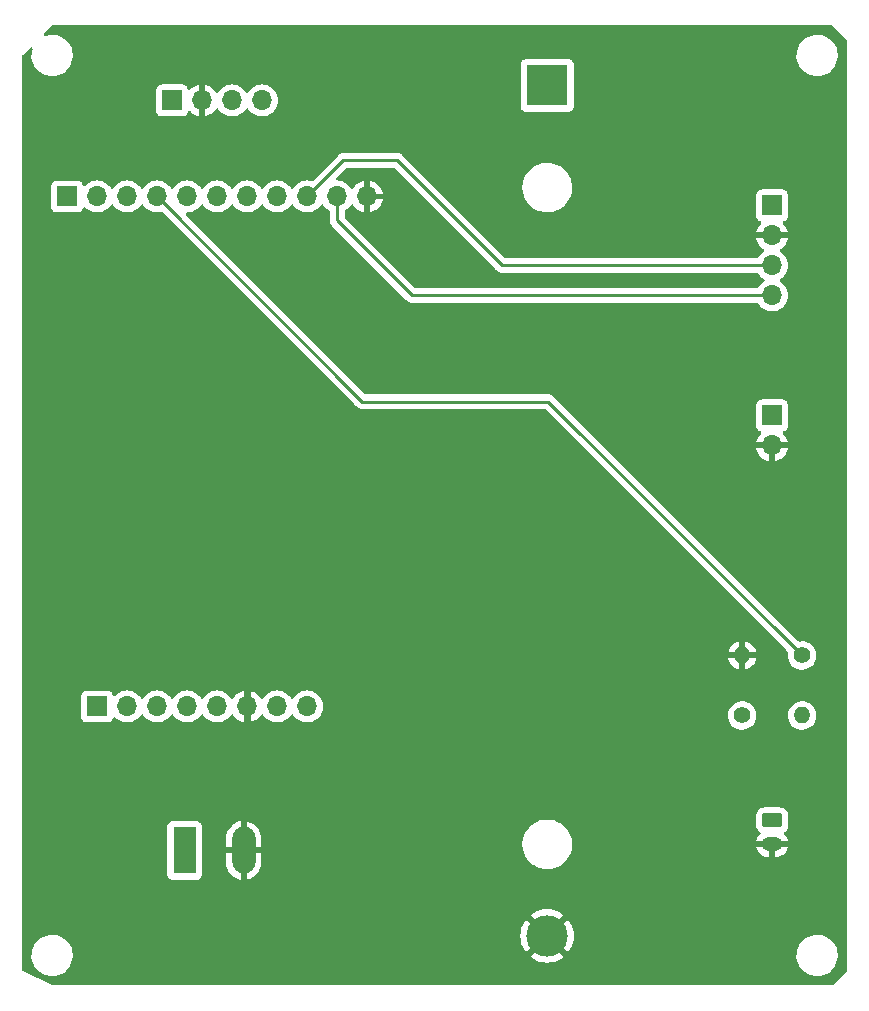
<source format=gbr>
%TF.GenerationSoftware,KiCad,Pcbnew,(6.0.5-0)*%
%TF.CreationDate,2022-06-27T06:58:03-05:00*%
%TF.ProjectId,Hydra Base,48796472-6120-4426-9173-652e6b696361,rev?*%
%TF.SameCoordinates,Original*%
%TF.FileFunction,Copper,L2,Bot*%
%TF.FilePolarity,Positive*%
%FSLAX46Y46*%
G04 Gerber Fmt 4.6, Leading zero omitted, Abs format (unit mm)*
G04 Created by KiCad (PCBNEW (6.0.5-0)) date 2022-06-27 06:58:03*
%MOMM*%
%LPD*%
G01*
G04 APERTURE LIST*
G04 Aperture macros list*
%AMRoundRect*
0 Rectangle with rounded corners*
0 $1 Rounding radius*
0 $2 $3 $4 $5 $6 $7 $8 $9 X,Y pos of 4 corners*
0 Add a 4 corners polygon primitive as box body*
4,1,4,$2,$3,$4,$5,$6,$7,$8,$9,$2,$3,0*
0 Add four circle primitives for the rounded corners*
1,1,$1+$1,$2,$3*
1,1,$1+$1,$4,$5*
1,1,$1+$1,$6,$7*
1,1,$1+$1,$8,$9*
0 Add four rect primitives between the rounded corners*
20,1,$1+$1,$2,$3,$4,$5,0*
20,1,$1+$1,$4,$5,$6,$7,0*
20,1,$1+$1,$6,$7,$8,$9,0*
20,1,$1+$1,$8,$9,$2,$3,0*%
G04 Aperture macros list end*
%TA.AperFunction,ComponentPad*%
%ADD10C,1.400000*%
%TD*%
%TA.AperFunction,ComponentPad*%
%ADD11O,1.400000X1.400000*%
%TD*%
%TA.AperFunction,ComponentPad*%
%ADD12RoundRect,0.250000X-0.625000X0.350000X-0.625000X-0.350000X0.625000X-0.350000X0.625000X0.350000X0*%
%TD*%
%TA.AperFunction,ComponentPad*%
%ADD13O,1.750000X1.200000*%
%TD*%
%TA.AperFunction,ComponentPad*%
%ADD14R,3.500000X3.500000*%
%TD*%
%TA.AperFunction,ComponentPad*%
%ADD15C,3.500000*%
%TD*%
%TA.AperFunction,ComponentPad*%
%ADD16R,1.700000X1.700000*%
%TD*%
%TA.AperFunction,ComponentPad*%
%ADD17O,1.700000X1.700000*%
%TD*%
%TA.AperFunction,ComponentPad*%
%ADD18R,1.980000X3.960000*%
%TD*%
%TA.AperFunction,ComponentPad*%
%ADD19O,1.980000X3.960000*%
%TD*%
%TA.AperFunction,Conductor*%
%ADD20C,0.250000*%
%TD*%
G04 APERTURE END LIST*
D10*
%TO.P,R2,1*%
%TO.N,Net-(U1-Pad4)*%
X200660000Y-99060000D03*
D11*
%TO.P,R2,2*%
%TO.N,GND*%
X195580000Y-99060000D03*
%TD*%
D10*
%TO.P,R1,1*%
%TO.N,Net-(BT1-Pad1)*%
X195580000Y-104140000D03*
D11*
%TO.P,R1,2*%
%TO.N,Net-(U1-Pad4)*%
X200660000Y-104140000D03*
%TD*%
D12*
%TO.P,J4,1,Pin_1*%
%TO.N,Net-(BT1-Pad1)*%
X198120000Y-113030000D03*
D13*
%TO.P,J4,2,Pin_2*%
%TO.N,GND*%
X198120000Y-115030000D03*
%TD*%
D14*
%TO.P,BT1,1,+*%
%TO.N,Net-(BT1-Pad1)*%
X179070000Y-50800000D03*
D15*
%TO.P,BT1,2,-*%
%TO.N,GND*%
X179070000Y-122800000D03*
%TD*%
D16*
%TO.P,U1,1,+3.3V*%
%TO.N,Net-(J1-Pad1)*%
X138430000Y-60200000D03*
D17*
%TO.P,U1,2,IO_26*%
%TO.N,unconnected-(U1-Pad2)*%
X140970000Y-60200000D03*
%TO.P,U1,3,USR_BTN*%
%TO.N,Net-(J3-Pad1)*%
X143510000Y-60200000D03*
%TO.P,U1,4,VBATT*%
%TO.N,Net-(U1-Pad4)*%
X146050000Y-60200000D03*
%TO.P,U1,5,5V_CTRL*%
%TO.N,unconnected-(U1-Pad5)*%
X148590000Y-60200000D03*
%TO.P,U1,6,SCL*%
%TO.N,Net-(U1-Pad6)*%
X151130000Y-60200000D03*
%TO.P,U1,7,SDA*%
%TO.N,Net-(U1-Pad7)*%
X153670000Y-60200000D03*
%TO.P,U1,8,GPS_PWR*%
%TO.N,Net-(U1-Pad8)*%
X156210000Y-60200000D03*
%TO.P,U1,9,GPS_RX*%
%TO.N,Net-(U1-Pad9)*%
X158750000Y-60200000D03*
%TO.P,U1,10,GPS_TX*%
%TO.N,Net-(U1-Pad10)*%
X161290000Y-60200000D03*
%TO.P,U1,11,GND*%
%TO.N,GND*%
X163830000Y-60200000D03*
D16*
%TO.P,U1,12,DTR*%
%TO.N,unconnected-(U1-Pad12)*%
X140970000Y-103380000D03*
D17*
%TO.P,U1,13,RTS*%
%TO.N,unconnected-(U1-Pad13)*%
X143510000Y-103380000D03*
%TO.P,U1,14,+5V*%
%TO.N,+5V*%
X146050000Y-103380000D03*
%TO.P,U1,15,ESP32_RX*%
%TO.N,unconnected-(U1-Pad15)*%
X148590000Y-103380000D03*
%TO.P,U1,16,ESP32_TX*%
%TO.N,unconnected-(U1-Pad16)*%
X151130000Y-103380000D03*
%TO.P,U1,17,GND*%
%TO.N,GND*%
X153670000Y-103380000D03*
%TO.P,U1,18,EN*%
%TO.N,unconnected-(U1-Pad18)*%
X156210000Y-103380000D03*
%TO.P,U1,19,IO_0*%
%TO.N,unconnected-(U1-Pad19)*%
X158750000Y-103380000D03*
%TD*%
D16*
%TO.P,J5,1,Pin_1*%
%TO.N,Net-(U1-Pad8)*%
X198120000Y-60960000D03*
D17*
%TO.P,J5,2,Pin_2*%
%TO.N,GND*%
X198120000Y-63500000D03*
%TO.P,J5,3,Pin_3*%
%TO.N,Net-(U1-Pad9)*%
X198120000Y-66040000D03*
%TO.P,J5,4,Pin_4*%
%TO.N,Net-(U1-Pad10)*%
X198120000Y-68580000D03*
%TD*%
D16*
%TO.P,J3,1,Pin_1*%
%TO.N,Net-(J3-Pad1)*%
X198120000Y-78740000D03*
D17*
%TO.P,J3,2,Pin_2*%
%TO.N,GND*%
X198120000Y-81280000D03*
%TD*%
D18*
%TO.P,J2,1,Pin_1*%
%TO.N,+5V*%
X148365000Y-115570000D03*
D19*
%TO.P,J2,2,Pin_2*%
%TO.N,GND*%
X153365000Y-115570000D03*
%TD*%
D16*
%TO.P,J1,1,Pin_1*%
%TO.N,Net-(J1-Pad1)*%
X147320000Y-52070000D03*
D17*
%TO.P,J1,2,Pin_2*%
%TO.N,GND*%
X149860000Y-52070000D03*
%TO.P,J1,3,Pin_3*%
%TO.N,Net-(U1-Pad6)*%
X152400000Y-52070000D03*
%TO.P,J1,4,Pin_4*%
%TO.N,Net-(U1-Pad7)*%
X154940000Y-52070000D03*
%TD*%
D20*
%TO.N,Net-(U1-Pad4)*%
X163415489Y-77565489D02*
X179165489Y-77565489D01*
X179165489Y-77565489D02*
X200660000Y-99060000D01*
X163415489Y-77565489D02*
X146050000Y-60200000D01*
%TO.N,Net-(U1-Pad9)*%
X175260000Y-66040000D02*
X166370000Y-57150000D01*
X198120000Y-66040000D02*
X175260000Y-66040000D01*
X166370000Y-57150000D02*
X161800000Y-57150000D01*
X161800000Y-57150000D02*
X158750000Y-60200000D01*
%TO.N,Net-(U1-Pad10)*%
X167640000Y-68580000D02*
X161290000Y-62230000D01*
X161290000Y-62230000D02*
X161290000Y-60200000D01*
X198120000Y-68580000D02*
X167640000Y-68580000D01*
%TD*%
%TA.AperFunction,Conductor*%
%TO.N,GND*%
G36*
X203215931Y-45740002D02*
G01*
X203236905Y-45756905D01*
X204433095Y-46953095D01*
X204467121Y-47015407D01*
X204470000Y-47042190D01*
X204470000Y-125677810D01*
X204449998Y-125745931D01*
X204433095Y-125766905D01*
X203236905Y-126963095D01*
X203174593Y-126997121D01*
X203147810Y-127000000D01*
X137189745Y-127000000D01*
X137133396Y-126986698D01*
X134689650Y-125764825D01*
X134637667Y-125716471D01*
X134620000Y-125652128D01*
X134620000Y-124567165D01*
X135407866Y-124567165D01*
X135442952Y-124824970D01*
X135515758Y-125074757D01*
X135624686Y-125311039D01*
X135627246Y-125314944D01*
X135627249Y-125314949D01*
X135764775Y-125524712D01*
X135764779Y-125524717D01*
X135767341Y-125528625D01*
X135940591Y-125722735D01*
X136140629Y-125889105D01*
X136363061Y-126024080D01*
X136367375Y-126025889D01*
X136367377Y-126025890D01*
X136598686Y-126122886D01*
X136598691Y-126122888D01*
X136603001Y-126124695D01*
X136607533Y-126125846D01*
X136607536Y-126125847D01*
X136732815Y-126157663D01*
X136855177Y-126188739D01*
X137071286Y-126210500D01*
X137226044Y-126210500D01*
X137228369Y-126210327D01*
X137228375Y-126210327D01*
X137414814Y-126196472D01*
X137414818Y-126196471D01*
X137419466Y-126196126D01*
X137673232Y-126138705D01*
X137677586Y-126137012D01*
X137911370Y-126046098D01*
X137911372Y-126046097D01*
X137915723Y-126044405D01*
X137951285Y-126024080D01*
X138000050Y-125996208D01*
X138141612Y-125915299D01*
X138345936Y-125754223D01*
X138524208Y-125564714D01*
X138672511Y-125350937D01*
X138674579Y-125346744D01*
X138785521Y-125121775D01*
X138785522Y-125121772D01*
X138787586Y-125117587D01*
X138866906Y-124869792D01*
X138908728Y-124612994D01*
X138909306Y-124568856D01*
X177666601Y-124568856D01*
X177673059Y-124578216D01*
X177689361Y-124592512D01*
X177695901Y-124597530D01*
X177935144Y-124757387D01*
X177942281Y-124761508D01*
X178200349Y-124888772D01*
X178207953Y-124891922D01*
X178480420Y-124984412D01*
X178488383Y-124986546D01*
X178770600Y-125042683D01*
X178778751Y-125043756D01*
X179065881Y-125062575D01*
X179074119Y-125062575D01*
X179361249Y-125043756D01*
X179369400Y-125042683D01*
X179651617Y-124986546D01*
X179659580Y-124984412D01*
X179932047Y-124891922D01*
X179939651Y-124888772D01*
X180197719Y-124761508D01*
X180204856Y-124757387D01*
X180444099Y-124597530D01*
X180450639Y-124592512D01*
X180465074Y-124579853D01*
X180473122Y-124567165D01*
X200177866Y-124567165D01*
X200212952Y-124824970D01*
X200285758Y-125074757D01*
X200394686Y-125311039D01*
X200397246Y-125314944D01*
X200397249Y-125314949D01*
X200534775Y-125524712D01*
X200534779Y-125524717D01*
X200537341Y-125528625D01*
X200710591Y-125722735D01*
X200910629Y-125889105D01*
X201133061Y-126024080D01*
X201137375Y-126025889D01*
X201137377Y-126025890D01*
X201368686Y-126122886D01*
X201368691Y-126122888D01*
X201373001Y-126124695D01*
X201377533Y-126125846D01*
X201377536Y-126125847D01*
X201502815Y-126157663D01*
X201625177Y-126188739D01*
X201841286Y-126210500D01*
X201996044Y-126210500D01*
X201998369Y-126210327D01*
X201998375Y-126210327D01*
X202184814Y-126196472D01*
X202184818Y-126196471D01*
X202189466Y-126196126D01*
X202443232Y-126138705D01*
X202447586Y-126137012D01*
X202681370Y-126046098D01*
X202681372Y-126046097D01*
X202685723Y-126044405D01*
X202721285Y-126024080D01*
X202770050Y-125996208D01*
X202911612Y-125915299D01*
X203115936Y-125754223D01*
X203294208Y-125564714D01*
X203442511Y-125350937D01*
X203444579Y-125346744D01*
X203555521Y-125121775D01*
X203555522Y-125121772D01*
X203557586Y-125117587D01*
X203636906Y-124869792D01*
X203678728Y-124612994D01*
X203682134Y-124352835D01*
X203647048Y-124095030D01*
X203574242Y-123845243D01*
X203465314Y-123608961D01*
X203436637Y-123565221D01*
X203325225Y-123395288D01*
X203325221Y-123395283D01*
X203322659Y-123391375D01*
X203149409Y-123197265D01*
X202949371Y-123030895D01*
X202726939Y-122895920D01*
X202722623Y-122894110D01*
X202491314Y-122797114D01*
X202491309Y-122797112D01*
X202486999Y-122795305D01*
X202482467Y-122794154D01*
X202482464Y-122794153D01*
X202357185Y-122762337D01*
X202234823Y-122731261D01*
X202018714Y-122709500D01*
X201863956Y-122709500D01*
X201861631Y-122709673D01*
X201861625Y-122709673D01*
X201675186Y-122723528D01*
X201675182Y-122723529D01*
X201670534Y-122723874D01*
X201416768Y-122781295D01*
X201412416Y-122782987D01*
X201412414Y-122782988D01*
X201178630Y-122873902D01*
X201178628Y-122873903D01*
X201174277Y-122875595D01*
X201170223Y-122877912D01*
X201170221Y-122877913D01*
X201134467Y-122898348D01*
X200948388Y-123004701D01*
X200744064Y-123165777D01*
X200565792Y-123355286D01*
X200417489Y-123569063D01*
X200415423Y-123573253D01*
X200415421Y-123573256D01*
X200367885Y-123669651D01*
X200302414Y-123802413D01*
X200223094Y-124050208D01*
X200181272Y-124307006D01*
X200177866Y-124567165D01*
X180473122Y-124567165D01*
X180473472Y-124566614D01*
X180467638Y-124556849D01*
X179082810Y-123172020D01*
X179068869Y-123164408D01*
X179067034Y-123164539D01*
X179060420Y-123168790D01*
X177674116Y-124555095D01*
X177666601Y-124568856D01*
X138909306Y-124568856D01*
X138912134Y-124352835D01*
X138877048Y-124095030D01*
X138804242Y-123845243D01*
X138695314Y-123608961D01*
X138666637Y-123565221D01*
X138555225Y-123395288D01*
X138555221Y-123395283D01*
X138552659Y-123391375D01*
X138379409Y-123197265D01*
X138179371Y-123030895D01*
X137956939Y-122895920D01*
X137952623Y-122894110D01*
X137738019Y-122804119D01*
X176807425Y-122804119D01*
X176826244Y-123091249D01*
X176827317Y-123099400D01*
X176883454Y-123381617D01*
X176885588Y-123389580D01*
X176978078Y-123662047D01*
X176981228Y-123669651D01*
X177108492Y-123927718D01*
X177112613Y-123934855D01*
X177272470Y-124174099D01*
X177277488Y-124180639D01*
X177290147Y-124195074D01*
X177303386Y-124203472D01*
X177313151Y-124197638D01*
X178697980Y-122812810D01*
X178704357Y-122801131D01*
X179434408Y-122801131D01*
X179434539Y-122802966D01*
X179438790Y-122809580D01*
X180825095Y-124195884D01*
X180838856Y-124203399D01*
X180848216Y-124196941D01*
X180862512Y-124180639D01*
X180867530Y-124174099D01*
X181027387Y-123934855D01*
X181031508Y-123927718D01*
X181158772Y-123669651D01*
X181161922Y-123662047D01*
X181254412Y-123389580D01*
X181256546Y-123381617D01*
X181312683Y-123099400D01*
X181313756Y-123091249D01*
X181332575Y-122804119D01*
X181332575Y-122795881D01*
X181313756Y-122508751D01*
X181312683Y-122500600D01*
X181256546Y-122218383D01*
X181254412Y-122210420D01*
X181161922Y-121937953D01*
X181158772Y-121930349D01*
X181031508Y-121672282D01*
X181027387Y-121665145D01*
X180867530Y-121425901D01*
X180862512Y-121419361D01*
X180849853Y-121404926D01*
X180836614Y-121396528D01*
X180826849Y-121402362D01*
X179442020Y-122787190D01*
X179434408Y-122801131D01*
X178704357Y-122801131D01*
X178705592Y-122798869D01*
X178705461Y-122797034D01*
X178701210Y-122790420D01*
X177314905Y-121404116D01*
X177301144Y-121396601D01*
X177291784Y-121403059D01*
X177277488Y-121419361D01*
X177272470Y-121425901D01*
X177112613Y-121665145D01*
X177108492Y-121672282D01*
X176981228Y-121930349D01*
X176978078Y-121937953D01*
X176885588Y-122210420D01*
X176883454Y-122218383D01*
X176827317Y-122500600D01*
X176826244Y-122508751D01*
X176807425Y-122795881D01*
X176807425Y-122804119D01*
X137738019Y-122804119D01*
X137721314Y-122797114D01*
X137721309Y-122797112D01*
X137716999Y-122795305D01*
X137712467Y-122794154D01*
X137712464Y-122794153D01*
X137587185Y-122762337D01*
X137464823Y-122731261D01*
X137248714Y-122709500D01*
X137093956Y-122709500D01*
X137091631Y-122709673D01*
X137091625Y-122709673D01*
X136905186Y-122723528D01*
X136905182Y-122723529D01*
X136900534Y-122723874D01*
X136646768Y-122781295D01*
X136642416Y-122782987D01*
X136642414Y-122782988D01*
X136408630Y-122873902D01*
X136408628Y-122873903D01*
X136404277Y-122875595D01*
X136400223Y-122877912D01*
X136400221Y-122877913D01*
X136364467Y-122898348D01*
X136178388Y-123004701D01*
X135974064Y-123165777D01*
X135795792Y-123355286D01*
X135647489Y-123569063D01*
X135645423Y-123573253D01*
X135645421Y-123573256D01*
X135597885Y-123669651D01*
X135532414Y-123802413D01*
X135453094Y-124050208D01*
X135411272Y-124307006D01*
X135407866Y-124567165D01*
X134620000Y-124567165D01*
X134620000Y-121033386D01*
X177666528Y-121033386D01*
X177672362Y-121043151D01*
X179057190Y-122427980D01*
X179071131Y-122435592D01*
X179072966Y-122435461D01*
X179079580Y-122431210D01*
X180465884Y-121044905D01*
X180473399Y-121031144D01*
X180466941Y-121021784D01*
X180450639Y-121007488D01*
X180444099Y-121002470D01*
X180204856Y-120842613D01*
X180197719Y-120838492D01*
X179939651Y-120711228D01*
X179932047Y-120708078D01*
X179659580Y-120615588D01*
X179651617Y-120613454D01*
X179369400Y-120557317D01*
X179361249Y-120556244D01*
X179074119Y-120537425D01*
X179065881Y-120537425D01*
X178778751Y-120556244D01*
X178770600Y-120557317D01*
X178488383Y-120613454D01*
X178480420Y-120615588D01*
X178207953Y-120708078D01*
X178200349Y-120711228D01*
X177942282Y-120838492D01*
X177935145Y-120842613D01*
X177695901Y-121002470D01*
X177689361Y-121007488D01*
X177674926Y-121020147D01*
X177666528Y-121033386D01*
X134620000Y-121033386D01*
X134620000Y-113542623D01*
X146874500Y-113542623D01*
X146874501Y-117597376D01*
X146881149Y-117658580D01*
X146931474Y-117792824D01*
X146936854Y-117800003D01*
X146936856Y-117800006D01*
X146947713Y-117814492D01*
X147017454Y-117907546D01*
X147024635Y-117912928D01*
X147124994Y-117988144D01*
X147124997Y-117988146D01*
X147132176Y-117993526D01*
X147210783Y-118022994D01*
X147259025Y-118041079D01*
X147259027Y-118041079D01*
X147266420Y-118043851D01*
X147274270Y-118044704D01*
X147274271Y-118044704D01*
X147324217Y-118050130D01*
X147327623Y-118050500D01*
X148364848Y-118050500D01*
X149402376Y-118050499D01*
X149405770Y-118050130D01*
X149405776Y-118050130D01*
X149455722Y-118044705D01*
X149455726Y-118044704D01*
X149463580Y-118043851D01*
X149597824Y-117993526D01*
X149605003Y-117988146D01*
X149605006Y-117988144D01*
X149705365Y-117912928D01*
X149712546Y-117907546D01*
X149782287Y-117814492D01*
X149793144Y-117800006D01*
X149793146Y-117800003D01*
X149798526Y-117792824D01*
X149848851Y-117658580D01*
X149855500Y-117597377D01*
X149855500Y-116619857D01*
X151867000Y-116619857D01*
X151867212Y-116625030D01*
X151881626Y-116800350D01*
X151883309Y-116810512D01*
X151940800Y-117039396D01*
X151944121Y-117049151D01*
X152038218Y-117265557D01*
X152043096Y-117274655D01*
X152171273Y-117472787D01*
X152177563Y-117480956D01*
X152336387Y-117655501D01*
X152343920Y-117662526D01*
X152529120Y-117808787D01*
X152537707Y-117814492D01*
X152744297Y-117928536D01*
X152753709Y-117932766D01*
X152976156Y-118011539D01*
X152986127Y-118014173D01*
X153093163Y-118033239D01*
X153106460Y-118031779D01*
X153110591Y-118018534D01*
X153619000Y-118018534D01*
X153622918Y-118031878D01*
X153637194Y-118033865D01*
X153708236Y-118022994D01*
X153718263Y-118020605D01*
X153942570Y-117947291D01*
X153952079Y-117943294D01*
X154161395Y-117834331D01*
X154170120Y-117828837D01*
X154358835Y-117687146D01*
X154366542Y-117680303D01*
X154529584Y-117509690D01*
X154536067Y-117501684D01*
X154669057Y-117306726D01*
X154674143Y-117297774D01*
X154773506Y-117083715D01*
X154777060Y-117074055D01*
X154840130Y-116846631D01*
X154842057Y-116836527D01*
X154862644Y-116643898D01*
X154863000Y-116637206D01*
X154863000Y-115842115D01*
X154858525Y-115826876D01*
X154857135Y-115825671D01*
X154849452Y-115824000D01*
X153637115Y-115824000D01*
X153621876Y-115828475D01*
X153620671Y-115829865D01*
X153619000Y-115837548D01*
X153619000Y-118018534D01*
X153110591Y-118018534D01*
X153111000Y-118017222D01*
X153111000Y-115842115D01*
X153106525Y-115826876D01*
X153105135Y-115825671D01*
X153097452Y-115824000D01*
X151885115Y-115824000D01*
X151869876Y-115828475D01*
X151868671Y-115829865D01*
X151867000Y-115837548D01*
X151867000Y-116619857D01*
X149855500Y-116619857D01*
X149855499Y-115297885D01*
X151867000Y-115297885D01*
X151871475Y-115313124D01*
X151872865Y-115314329D01*
X151880548Y-115316000D01*
X153092885Y-115316000D01*
X153108124Y-115311525D01*
X153109329Y-115310135D01*
X153111000Y-115302452D01*
X153111000Y-115297885D01*
X153619000Y-115297885D01*
X153623475Y-115313124D01*
X153624865Y-115314329D01*
X153632548Y-115316000D01*
X154844885Y-115316000D01*
X154860124Y-115311525D01*
X154861329Y-115310135D01*
X154863000Y-115302452D01*
X154863000Y-115187200D01*
X176968747Y-115187200D01*
X176969306Y-115191444D01*
X176969306Y-115191448D01*
X176981491Y-115284000D01*
X177006129Y-115471149D01*
X177081702Y-115747398D01*
X177083386Y-115751346D01*
X177149667Y-115906738D01*
X177194068Y-116010835D01*
X177341146Y-116256585D01*
X177520215Y-116480100D01*
X177727962Y-116677245D01*
X177960543Y-116844371D01*
X178213653Y-116978386D01*
X178237870Y-116987248D01*
X178475082Y-117074055D01*
X178482610Y-117076810D01*
X178762436Y-117137822D01*
X178801901Y-117140928D01*
X178984597Y-117155307D01*
X178984604Y-117155307D01*
X178987053Y-117155500D01*
X179141992Y-117155500D01*
X179144128Y-117155354D01*
X179144139Y-117155354D01*
X179351460Y-117141220D01*
X179351466Y-117141219D01*
X179355737Y-117140928D01*
X179359932Y-117140059D01*
X179359934Y-117140059D01*
X179495962Y-117111889D01*
X179636186Y-117082850D01*
X179906158Y-116987248D01*
X180160658Y-116855891D01*
X180164159Y-116853430D01*
X180164163Y-116853428D01*
X180391471Y-116693673D01*
X180391477Y-116693668D01*
X180394976Y-116691209D01*
X180604776Y-116496251D01*
X180615575Y-116483058D01*
X180783461Y-116277941D01*
X180786177Y-116274623D01*
X180935820Y-116030427D01*
X180942802Y-116014522D01*
X181049214Y-115772110D01*
X181049215Y-115772106D01*
X181050938Y-115768182D01*
X181129400Y-115492739D01*
X181157201Y-115297399D01*
X196769712Y-115297399D01*
X196791194Y-115386537D01*
X196795083Y-115397832D01*
X196877629Y-115579382D01*
X196883576Y-115589724D01*
X196998968Y-115752397D01*
X197006761Y-115761425D01*
X197150831Y-115899342D01*
X197160196Y-115906738D01*
X197327741Y-116014921D01*
X197338345Y-116020417D01*
X197523312Y-116094961D01*
X197534770Y-116098355D01*
X197731928Y-116136857D01*
X197740791Y-116137934D01*
X197743500Y-116138000D01*
X197847885Y-116138000D01*
X197863124Y-116133525D01*
X197864329Y-116132135D01*
X197866000Y-116124452D01*
X197866000Y-116119885D01*
X198374000Y-116119885D01*
X198378475Y-116135124D01*
X198379865Y-116136329D01*
X198387548Y-116138000D01*
X198444832Y-116138000D01*
X198450808Y-116137715D01*
X198599494Y-116123529D01*
X198611228Y-116121270D01*
X198802599Y-116065128D01*
X198813675Y-116060698D01*
X198990978Y-115969381D01*
X199001024Y-115962931D01*
X199157857Y-115839738D01*
X199166506Y-115831501D01*
X199297212Y-115680877D01*
X199304147Y-115671153D01*
X199404010Y-115498533D01*
X199408984Y-115487669D01*
X199474407Y-115299273D01*
X199474648Y-115298284D01*
X199473180Y-115287992D01*
X199459615Y-115284000D01*
X198392115Y-115284000D01*
X198376876Y-115288475D01*
X198375671Y-115289865D01*
X198374000Y-115297548D01*
X198374000Y-116119885D01*
X197866000Y-116119885D01*
X197866000Y-115302115D01*
X197861525Y-115286876D01*
X197860135Y-115285671D01*
X197852452Y-115284000D01*
X196784598Y-115284000D01*
X196771067Y-115287973D01*
X196769712Y-115297399D01*
X181157201Y-115297399D01*
X181169754Y-115209196D01*
X181171253Y-114922800D01*
X181167798Y-114896552D01*
X181149916Y-114760727D01*
X181133871Y-114638851D01*
X181058298Y-114362602D01*
X181030988Y-114298575D01*
X180947618Y-114103117D01*
X180947616Y-114103113D01*
X180945932Y-114099165D01*
X180798854Y-113853415D01*
X180795594Y-113849345D01*
X180622475Y-113633258D01*
X180619785Y-113629900D01*
X180459162Y-113477474D01*
X180415147Y-113435705D01*
X180415144Y-113435703D01*
X180412038Y-113432755D01*
X180408018Y-113429866D01*
X196744500Y-113429866D01*
X196744837Y-113433112D01*
X196744837Y-113433116D01*
X196754515Y-113526383D01*
X196755359Y-113534519D01*
X196757540Y-113541055D01*
X196757540Y-113541057D01*
X196787180Y-113629900D01*
X196810744Y-113700529D01*
X196902834Y-113849345D01*
X197026689Y-113972984D01*
X197032921Y-113976825D01*
X197032923Y-113976827D01*
X197080392Y-114006087D01*
X197127886Y-114058858D01*
X197139310Y-114128930D01*
X197111037Y-114194054D01*
X197092112Y-114212431D01*
X197082147Y-114220259D01*
X197073494Y-114228499D01*
X196942788Y-114379123D01*
X196935853Y-114388847D01*
X196835990Y-114561467D01*
X196831016Y-114572331D01*
X196765593Y-114760727D01*
X196765352Y-114761716D01*
X196766820Y-114772008D01*
X196780385Y-114776000D01*
X199455402Y-114776000D01*
X199468933Y-114772027D01*
X199470288Y-114762601D01*
X199448806Y-114673463D01*
X199444917Y-114662168D01*
X199362371Y-114480618D01*
X199356424Y-114470276D01*
X199241032Y-114307603D01*
X199233239Y-114298575D01*
X199136274Y-114205751D01*
X199100898Y-114144196D01*
X199104417Y-114073286D01*
X199145714Y-114015536D01*
X199157102Y-114007589D01*
X199208117Y-113976020D01*
X199214345Y-113972166D01*
X199337984Y-113848311D01*
X199429814Y-113699334D01*
X199480660Y-113546042D01*
X199482744Y-113539759D01*
X199482745Y-113539757D01*
X199484910Y-113533228D01*
X199495500Y-113429866D01*
X199495500Y-112630134D01*
X199495163Y-112626884D01*
X199485353Y-112532339D01*
X199485352Y-112532335D01*
X199484641Y-112525481D01*
X199429256Y-112359471D01*
X199337166Y-112210655D01*
X199213311Y-112087016D01*
X199064334Y-111995186D01*
X199057385Y-111992881D01*
X198904759Y-111942256D01*
X198904757Y-111942255D01*
X198898228Y-111940090D01*
X198794866Y-111929500D01*
X197445134Y-111929500D01*
X197441888Y-111929837D01*
X197441884Y-111929837D01*
X197347339Y-111939647D01*
X197347335Y-111939648D01*
X197340481Y-111940359D01*
X197333945Y-111942540D01*
X197333943Y-111942540D01*
X197194860Y-111988942D01*
X197174471Y-111995744D01*
X197025655Y-112087834D01*
X196902016Y-112211689D01*
X196810186Y-112360666D01*
X196755090Y-112526772D01*
X196744500Y-112630134D01*
X196744500Y-113429866D01*
X180408018Y-113429866D01*
X180179457Y-113265629D01*
X179926347Y-113131614D01*
X179657390Y-113033190D01*
X179377564Y-112972178D01*
X179334389Y-112968780D01*
X179155403Y-112954693D01*
X179155396Y-112954693D01*
X179152947Y-112954500D01*
X178998008Y-112954500D01*
X178995872Y-112954646D01*
X178995861Y-112954646D01*
X178788540Y-112968780D01*
X178788534Y-112968781D01*
X178784263Y-112969072D01*
X178780068Y-112969941D01*
X178780066Y-112969941D01*
X178644038Y-112998111D01*
X178503814Y-113027150D01*
X178233842Y-113122752D01*
X177979342Y-113254109D01*
X177975841Y-113256570D01*
X177975837Y-113256572D01*
X177748529Y-113416327D01*
X177748523Y-113416332D01*
X177745024Y-113418791D01*
X177708368Y-113452854D01*
X177608088Y-113546040D01*
X177535224Y-113613749D01*
X177532510Y-113617065D01*
X177532507Y-113617068D01*
X177521669Y-113630310D01*
X177353823Y-113835377D01*
X177204180Y-114079573D01*
X177202453Y-114083507D01*
X177202452Y-114083509D01*
X177094475Y-114329488D01*
X177089062Y-114341818D01*
X177010600Y-114617261D01*
X176970246Y-114900804D01*
X176968747Y-115187200D01*
X154863000Y-115187200D01*
X154863000Y-114520143D01*
X154862788Y-114514970D01*
X154848374Y-114339650D01*
X154846691Y-114329488D01*
X154789200Y-114100604D01*
X154785879Y-114090849D01*
X154691782Y-113874443D01*
X154686904Y-113865345D01*
X154558727Y-113667213D01*
X154552437Y-113659044D01*
X154393613Y-113484499D01*
X154386080Y-113477474D01*
X154200880Y-113331213D01*
X154192293Y-113325508D01*
X153985703Y-113211464D01*
X153976291Y-113207234D01*
X153753844Y-113128461D01*
X153743873Y-113125827D01*
X153636837Y-113106761D01*
X153623540Y-113108221D01*
X153619000Y-113122778D01*
X153619000Y-115297885D01*
X153111000Y-115297885D01*
X153111000Y-113121466D01*
X153107082Y-113108122D01*
X153092806Y-113106135D01*
X153021764Y-113117006D01*
X153011737Y-113119395D01*
X152787430Y-113192709D01*
X152777921Y-113196706D01*
X152568605Y-113305669D01*
X152559880Y-113311163D01*
X152371165Y-113452854D01*
X152363458Y-113459697D01*
X152200416Y-113630310D01*
X152193933Y-113638316D01*
X152060943Y-113833274D01*
X152055857Y-113842226D01*
X151956494Y-114056285D01*
X151952940Y-114065945D01*
X151889870Y-114293369D01*
X151887943Y-114303473D01*
X151867356Y-114496102D01*
X151867000Y-114502794D01*
X151867000Y-115297885D01*
X149855499Y-115297885D01*
X149855499Y-113542624D01*
X149854619Y-113534519D01*
X149849705Y-113489278D01*
X149849704Y-113489274D01*
X149848851Y-113481420D01*
X149798526Y-113347176D01*
X149793146Y-113339997D01*
X149793144Y-113339994D01*
X149717928Y-113239635D01*
X149712546Y-113232454D01*
X149705365Y-113227072D01*
X149605006Y-113151856D01*
X149605003Y-113151854D01*
X149597824Y-113146474D01*
X149495783Y-113108221D01*
X149470975Y-113098921D01*
X149470973Y-113098921D01*
X149463580Y-113096149D01*
X149455730Y-113095296D01*
X149455729Y-113095296D01*
X149405774Y-113089869D01*
X149405773Y-113089869D01*
X149402377Y-113089500D01*
X148365152Y-113089500D01*
X147327624Y-113089501D01*
X147324230Y-113089870D01*
X147324224Y-113089870D01*
X147274278Y-113095295D01*
X147274274Y-113095296D01*
X147266420Y-113096149D01*
X147132176Y-113146474D01*
X147124997Y-113151854D01*
X147124994Y-113151856D01*
X147024635Y-113227072D01*
X147017454Y-113232454D01*
X147012072Y-113239635D01*
X146936856Y-113339994D01*
X146936854Y-113339997D01*
X146931474Y-113347176D01*
X146881149Y-113481420D01*
X146874500Y-113542623D01*
X134620000Y-113542623D01*
X134620000Y-102482623D01*
X139619500Y-102482623D01*
X139619501Y-104277376D01*
X139626149Y-104338580D01*
X139676474Y-104472824D01*
X139681854Y-104480003D01*
X139681856Y-104480006D01*
X139739082Y-104556361D01*
X139762454Y-104587546D01*
X139769635Y-104592928D01*
X139869994Y-104668144D01*
X139869997Y-104668146D01*
X139877176Y-104673526D01*
X139920468Y-104689755D01*
X140004025Y-104721079D01*
X140004027Y-104721079D01*
X140011420Y-104723851D01*
X140019270Y-104724704D01*
X140019271Y-104724704D01*
X140069217Y-104730130D01*
X140072623Y-104730500D01*
X140969868Y-104730500D01*
X141867376Y-104730499D01*
X141870770Y-104730130D01*
X141870776Y-104730130D01*
X141920722Y-104724705D01*
X141920726Y-104724704D01*
X141928580Y-104723851D01*
X142062824Y-104673526D01*
X142070003Y-104668146D01*
X142070006Y-104668144D01*
X142170365Y-104592928D01*
X142177546Y-104587546D01*
X142200918Y-104556361D01*
X142258144Y-104480006D01*
X142258146Y-104480003D01*
X142263526Y-104472824D01*
X142282709Y-104421654D01*
X142309695Y-104349667D01*
X142311912Y-104343752D01*
X142354553Y-104286987D01*
X142421114Y-104262286D01*
X142490463Y-104277493D01*
X142518989Y-104298885D01*
X142638599Y-104418495D01*
X142643107Y-104421652D01*
X142643110Y-104421654D01*
X142827661Y-104550878D01*
X142832170Y-104554035D01*
X142837152Y-104556358D01*
X142837157Y-104556361D01*
X143041355Y-104651580D01*
X143046337Y-104653903D01*
X143051645Y-104655325D01*
X143051647Y-104655326D01*
X143269277Y-104713639D01*
X143274592Y-104715063D01*
X143510000Y-104735659D01*
X143745408Y-104715063D01*
X143750723Y-104713639D01*
X143968353Y-104655326D01*
X143968355Y-104655325D01*
X143973663Y-104653903D01*
X143978645Y-104651580D01*
X144182843Y-104556361D01*
X144182848Y-104556358D01*
X144187830Y-104554035D01*
X144192339Y-104550878D01*
X144376890Y-104421654D01*
X144376893Y-104421652D01*
X144381401Y-104418495D01*
X144548495Y-104251401D01*
X144676787Y-104068180D01*
X144732244Y-104023851D01*
X144802863Y-104016542D01*
X144866224Y-104048572D01*
X144883212Y-104068179D01*
X145011505Y-104251401D01*
X145178599Y-104418495D01*
X145183107Y-104421652D01*
X145183110Y-104421654D01*
X145367661Y-104550878D01*
X145372170Y-104554035D01*
X145377152Y-104556358D01*
X145377157Y-104556361D01*
X145581355Y-104651580D01*
X145586337Y-104653903D01*
X145591645Y-104655325D01*
X145591647Y-104655326D01*
X145809277Y-104713639D01*
X145814592Y-104715063D01*
X146050000Y-104735659D01*
X146285408Y-104715063D01*
X146290723Y-104713639D01*
X146508353Y-104655326D01*
X146508355Y-104655325D01*
X146513663Y-104653903D01*
X146518645Y-104651580D01*
X146722843Y-104556361D01*
X146722848Y-104556358D01*
X146727830Y-104554035D01*
X146732339Y-104550878D01*
X146916890Y-104421654D01*
X146916893Y-104421652D01*
X146921401Y-104418495D01*
X147088495Y-104251401D01*
X147216787Y-104068180D01*
X147272244Y-104023851D01*
X147342863Y-104016542D01*
X147406224Y-104048572D01*
X147423212Y-104068179D01*
X147551505Y-104251401D01*
X147718599Y-104418495D01*
X147723107Y-104421652D01*
X147723110Y-104421654D01*
X147907661Y-104550878D01*
X147912170Y-104554035D01*
X147917152Y-104556358D01*
X147917157Y-104556361D01*
X148121355Y-104651580D01*
X148126337Y-104653903D01*
X148131645Y-104655325D01*
X148131647Y-104655326D01*
X148349277Y-104713639D01*
X148354592Y-104715063D01*
X148590000Y-104735659D01*
X148825408Y-104715063D01*
X148830723Y-104713639D01*
X149048353Y-104655326D01*
X149048355Y-104655325D01*
X149053663Y-104653903D01*
X149058645Y-104651580D01*
X149262843Y-104556361D01*
X149262848Y-104556358D01*
X149267830Y-104554035D01*
X149272339Y-104550878D01*
X149456890Y-104421654D01*
X149456893Y-104421652D01*
X149461401Y-104418495D01*
X149628495Y-104251401D01*
X149756787Y-104068180D01*
X149812244Y-104023851D01*
X149882863Y-104016542D01*
X149946224Y-104048572D01*
X149963212Y-104068179D01*
X150091505Y-104251401D01*
X150258599Y-104418495D01*
X150263107Y-104421652D01*
X150263110Y-104421654D01*
X150447661Y-104550878D01*
X150452170Y-104554035D01*
X150457152Y-104556358D01*
X150457157Y-104556361D01*
X150661355Y-104651580D01*
X150666337Y-104653903D01*
X150671645Y-104655325D01*
X150671647Y-104655326D01*
X150889277Y-104713639D01*
X150894592Y-104715063D01*
X151130000Y-104735659D01*
X151365408Y-104715063D01*
X151370723Y-104713639D01*
X151588353Y-104655326D01*
X151588355Y-104655325D01*
X151593663Y-104653903D01*
X151598645Y-104651580D01*
X151802843Y-104556361D01*
X151802848Y-104556358D01*
X151807830Y-104554035D01*
X151812339Y-104550878D01*
X151996890Y-104421654D01*
X151996893Y-104421652D01*
X152001401Y-104418495D01*
X152168495Y-104251401D01*
X152294358Y-104071649D01*
X152349814Y-104027322D01*
X152420433Y-104020013D01*
X152483794Y-104052043D01*
X152505003Y-104078086D01*
X152567694Y-104180388D01*
X152573777Y-104188699D01*
X152713213Y-104349667D01*
X152720580Y-104356883D01*
X152884434Y-104492916D01*
X152892881Y-104498831D01*
X153076756Y-104606279D01*
X153086042Y-104610729D01*
X153285001Y-104686703D01*
X153294898Y-104689579D01*
X153352249Y-104701247D01*
X153366299Y-104700051D01*
X153369982Y-104689755D01*
X153970000Y-104689755D01*
X153973973Y-104703286D01*
X153981617Y-104704385D01*
X154162250Y-104650192D01*
X154171845Y-104646432D01*
X154363095Y-104552739D01*
X154371945Y-104547464D01*
X154545328Y-104423792D01*
X154553200Y-104417139D01*
X154704052Y-104266812D01*
X154710730Y-104258965D01*
X154835002Y-104086022D01*
X154837003Y-104082692D01*
X154889237Y-104034606D01*
X154959175Y-104022394D01*
X155024613Y-104049931D01*
X155048215Y-104075324D01*
X155171505Y-104251401D01*
X155338599Y-104418495D01*
X155343107Y-104421652D01*
X155343110Y-104421654D01*
X155527661Y-104550878D01*
X155532170Y-104554035D01*
X155537152Y-104556358D01*
X155537157Y-104556361D01*
X155741355Y-104651580D01*
X155746337Y-104653903D01*
X155751645Y-104655325D01*
X155751647Y-104655326D01*
X155969277Y-104713639D01*
X155974592Y-104715063D01*
X156210000Y-104735659D01*
X156445408Y-104715063D01*
X156450723Y-104713639D01*
X156668353Y-104655326D01*
X156668355Y-104655325D01*
X156673663Y-104653903D01*
X156678645Y-104651580D01*
X156882843Y-104556361D01*
X156882848Y-104556358D01*
X156887830Y-104554035D01*
X156892339Y-104550878D01*
X157076890Y-104421654D01*
X157076893Y-104421652D01*
X157081401Y-104418495D01*
X157248495Y-104251401D01*
X157376787Y-104068180D01*
X157432244Y-104023851D01*
X157502863Y-104016542D01*
X157566224Y-104048572D01*
X157583212Y-104068179D01*
X157711505Y-104251401D01*
X157878599Y-104418495D01*
X157883107Y-104421652D01*
X157883110Y-104421654D01*
X158067661Y-104550878D01*
X158072170Y-104554035D01*
X158077152Y-104556358D01*
X158077157Y-104556361D01*
X158281355Y-104651580D01*
X158286337Y-104653903D01*
X158291645Y-104655325D01*
X158291647Y-104655326D01*
X158509277Y-104713639D01*
X158514592Y-104715063D01*
X158750000Y-104735659D01*
X158985408Y-104715063D01*
X158990723Y-104713639D01*
X159208353Y-104655326D01*
X159208355Y-104655325D01*
X159213663Y-104653903D01*
X159218645Y-104651580D01*
X159422843Y-104556361D01*
X159422848Y-104556358D01*
X159427830Y-104554035D01*
X159432339Y-104550878D01*
X159616890Y-104421654D01*
X159616893Y-104421652D01*
X159621401Y-104418495D01*
X159788495Y-104251401D01*
X159888597Y-104108440D01*
X194374770Y-104108440D01*
X194389200Y-104328604D01*
X194390621Y-104334200D01*
X194390622Y-104334205D01*
X194442090Y-104536857D01*
X194443511Y-104542452D01*
X194445928Y-104547694D01*
X194445928Y-104547695D01*
X194484046Y-104630379D01*
X194535883Y-104742821D01*
X194663222Y-104923002D01*
X194821264Y-105076961D01*
X194826060Y-105080166D01*
X194826063Y-105080168D01*
X194910261Y-105136427D01*
X195004717Y-105199540D01*
X195010020Y-105201818D01*
X195010023Y-105201820D01*
X195202129Y-105284355D01*
X195207436Y-105286635D01*
X195287088Y-105304658D01*
X195416995Y-105334054D01*
X195417001Y-105334055D01*
X195422632Y-105335329D01*
X195428403Y-105335556D01*
X195428405Y-105335556D01*
X195496211Y-105338220D01*
X195643098Y-105343991D01*
X195752275Y-105328161D01*
X195855738Y-105313160D01*
X195855743Y-105313159D01*
X195861452Y-105312331D01*
X195866916Y-105310476D01*
X195866921Y-105310475D01*
X196064907Y-105243268D01*
X196064912Y-105243266D01*
X196070379Y-105241410D01*
X196262884Y-105133602D01*
X196432518Y-104992518D01*
X196573602Y-104822884D01*
X196649867Y-104686703D01*
X196678586Y-104635422D01*
X196678587Y-104635420D01*
X196681410Y-104630379D01*
X196683266Y-104624912D01*
X196683268Y-104624907D01*
X196750475Y-104426921D01*
X196750476Y-104426916D01*
X196752331Y-104421452D01*
X196753159Y-104415743D01*
X196753160Y-104415738D01*
X196777641Y-104246894D01*
X196783991Y-104203098D01*
X196785643Y-104140000D01*
X196782743Y-104108440D01*
X199454770Y-104108440D01*
X199469200Y-104328604D01*
X199470621Y-104334200D01*
X199470622Y-104334205D01*
X199522090Y-104536857D01*
X199523511Y-104542452D01*
X199525928Y-104547694D01*
X199525928Y-104547695D01*
X199564046Y-104630379D01*
X199615883Y-104742821D01*
X199743222Y-104923002D01*
X199901264Y-105076961D01*
X199906060Y-105080166D01*
X199906063Y-105080168D01*
X199990261Y-105136427D01*
X200084717Y-105199540D01*
X200090020Y-105201818D01*
X200090023Y-105201820D01*
X200282129Y-105284355D01*
X200287436Y-105286635D01*
X200367088Y-105304658D01*
X200496995Y-105334054D01*
X200497001Y-105334055D01*
X200502632Y-105335329D01*
X200508403Y-105335556D01*
X200508405Y-105335556D01*
X200576211Y-105338220D01*
X200723098Y-105343991D01*
X200832275Y-105328161D01*
X200935738Y-105313160D01*
X200935743Y-105313159D01*
X200941452Y-105312331D01*
X200946916Y-105310476D01*
X200946921Y-105310475D01*
X201144907Y-105243268D01*
X201144912Y-105243266D01*
X201150379Y-105241410D01*
X201342884Y-105133602D01*
X201512518Y-104992518D01*
X201653602Y-104822884D01*
X201729867Y-104686703D01*
X201758586Y-104635422D01*
X201758587Y-104635420D01*
X201761410Y-104630379D01*
X201763266Y-104624912D01*
X201763268Y-104624907D01*
X201830475Y-104426921D01*
X201830476Y-104426916D01*
X201832331Y-104421452D01*
X201833159Y-104415743D01*
X201833160Y-104415738D01*
X201857641Y-104246894D01*
X201863991Y-104203098D01*
X201865643Y-104140000D01*
X201845454Y-103920289D01*
X201823844Y-103843663D01*
X201787134Y-103713500D01*
X201785565Y-103707936D01*
X201687980Y-103510053D01*
X201555967Y-103333267D01*
X201393949Y-103183499D01*
X201207350Y-103065764D01*
X201002421Y-102984006D01*
X200996761Y-102982880D01*
X200996757Y-102982879D01*
X200791691Y-102942089D01*
X200791688Y-102942089D01*
X200786024Y-102940962D01*
X200780249Y-102940886D01*
X200780245Y-102940886D01*
X200669504Y-102939437D01*
X200565406Y-102938074D01*
X200559709Y-102939053D01*
X200559708Y-102939053D01*
X200353654Y-102974459D01*
X200353653Y-102974459D01*
X200347957Y-102975438D01*
X200140957Y-103051804D01*
X200135996Y-103054756D01*
X200135995Y-103054756D01*
X199993929Y-103139277D01*
X199951341Y-103164614D01*
X199785457Y-103310090D01*
X199648863Y-103483360D01*
X199546131Y-103678620D01*
X199480703Y-103889333D01*
X199454770Y-104108440D01*
X196782743Y-104108440D01*
X196765454Y-103920289D01*
X196743844Y-103843663D01*
X196707134Y-103713500D01*
X196705565Y-103707936D01*
X196607980Y-103510053D01*
X196475967Y-103333267D01*
X196313949Y-103183499D01*
X196127350Y-103065764D01*
X195922421Y-102984006D01*
X195916761Y-102982880D01*
X195916757Y-102982879D01*
X195711691Y-102942089D01*
X195711688Y-102942089D01*
X195706024Y-102940962D01*
X195700249Y-102940886D01*
X195700245Y-102940886D01*
X195589504Y-102939437D01*
X195485406Y-102938074D01*
X195479709Y-102939053D01*
X195479708Y-102939053D01*
X195273654Y-102974459D01*
X195273653Y-102974459D01*
X195267957Y-102975438D01*
X195060957Y-103051804D01*
X195055996Y-103054756D01*
X195055995Y-103054756D01*
X194913929Y-103139277D01*
X194871341Y-103164614D01*
X194705457Y-103310090D01*
X194568863Y-103483360D01*
X194466131Y-103678620D01*
X194400703Y-103889333D01*
X194374770Y-104108440D01*
X159888597Y-104108440D01*
X159924035Y-104057829D01*
X159939880Y-104023851D01*
X160021580Y-103848645D01*
X160021581Y-103848643D01*
X160023903Y-103843663D01*
X160060271Y-103707936D01*
X160083639Y-103620723D01*
X160083639Y-103620722D01*
X160085063Y-103615408D01*
X160105659Y-103380000D01*
X160085063Y-103144592D01*
X160064767Y-103068845D01*
X160025326Y-102921647D01*
X160025325Y-102921645D01*
X160023903Y-102916337D01*
X159940803Y-102738129D01*
X159926358Y-102707152D01*
X159926356Y-102707149D01*
X159924035Y-102702171D01*
X159788495Y-102508599D01*
X159621401Y-102341505D01*
X159616893Y-102338348D01*
X159616890Y-102338346D01*
X159432339Y-102209122D01*
X159432336Y-102209120D01*
X159427830Y-102205965D01*
X159422848Y-102203642D01*
X159422843Y-102203639D01*
X159218645Y-102108420D01*
X159218644Y-102108419D01*
X159213663Y-102106097D01*
X159208355Y-102104675D01*
X159208353Y-102104674D01*
X158990723Y-102046361D01*
X158990722Y-102046361D01*
X158985408Y-102044937D01*
X158750000Y-102024341D01*
X158514592Y-102044937D01*
X158509278Y-102046361D01*
X158509277Y-102046361D01*
X158291647Y-102104674D01*
X158291645Y-102104675D01*
X158286337Y-102106097D01*
X158281357Y-102108419D01*
X158281355Y-102108420D01*
X158077152Y-102203642D01*
X158077149Y-102203644D01*
X158072171Y-102205965D01*
X157878599Y-102341505D01*
X157711505Y-102508599D01*
X157698812Y-102526727D01*
X157583213Y-102691820D01*
X157527756Y-102736149D01*
X157457137Y-102743458D01*
X157393776Y-102711428D01*
X157376787Y-102691820D01*
X157261188Y-102526727D01*
X157248495Y-102508599D01*
X157081401Y-102341505D01*
X157076893Y-102338348D01*
X157076890Y-102338346D01*
X156892339Y-102209122D01*
X156892336Y-102209120D01*
X156887830Y-102205965D01*
X156882848Y-102203642D01*
X156882843Y-102203639D01*
X156678645Y-102108420D01*
X156678644Y-102108419D01*
X156673663Y-102106097D01*
X156668355Y-102104675D01*
X156668353Y-102104674D01*
X156450723Y-102046361D01*
X156450722Y-102046361D01*
X156445408Y-102044937D01*
X156210000Y-102024341D01*
X155974592Y-102044937D01*
X155969278Y-102046361D01*
X155969277Y-102046361D01*
X155751647Y-102104674D01*
X155751645Y-102104675D01*
X155746337Y-102106097D01*
X155741357Y-102108419D01*
X155741355Y-102108420D01*
X155537152Y-102203642D01*
X155537149Y-102203644D01*
X155532171Y-102205965D01*
X155338599Y-102341505D01*
X155171505Y-102508599D01*
X155048803Y-102683836D01*
X155046121Y-102687667D01*
X154990664Y-102731995D01*
X154920045Y-102739304D01*
X154856684Y-102707273D01*
X154837116Y-102683836D01*
X154752427Y-102552926D01*
X154746136Y-102544757D01*
X154602806Y-102387240D01*
X154595273Y-102380215D01*
X154428139Y-102248222D01*
X154419552Y-102242517D01*
X154233117Y-102139599D01*
X154223705Y-102135369D01*
X154022959Y-102064280D01*
X154012988Y-102061646D01*
X153987837Y-102057166D01*
X153974541Y-102058626D01*
X153970000Y-102073184D01*
X153970000Y-104689755D01*
X153369982Y-104689755D01*
X153370000Y-104689704D01*
X153370000Y-102070141D01*
X153366082Y-102056798D01*
X153353500Y-102055047D01*
X153349290Y-102056050D01*
X153146868Y-102122212D01*
X153137359Y-102126209D01*
X152948463Y-102224542D01*
X152939738Y-102230036D01*
X152769433Y-102357905D01*
X152761726Y-102364748D01*
X152614590Y-102518717D01*
X152608104Y-102526727D01*
X152500168Y-102684955D01*
X152445257Y-102729958D01*
X152374732Y-102738129D01*
X152310985Y-102706875D01*
X152292867Y-102686222D01*
X152291980Y-102684955D01*
X152168495Y-102508599D01*
X152001401Y-102341505D01*
X151996893Y-102338348D01*
X151996890Y-102338346D01*
X151812339Y-102209122D01*
X151812336Y-102209120D01*
X151807830Y-102205965D01*
X151802848Y-102203642D01*
X151802843Y-102203639D01*
X151598645Y-102108420D01*
X151598644Y-102108419D01*
X151593663Y-102106097D01*
X151588355Y-102104675D01*
X151588353Y-102104674D01*
X151370723Y-102046361D01*
X151370722Y-102046361D01*
X151365408Y-102044937D01*
X151130000Y-102024341D01*
X150894592Y-102044937D01*
X150889278Y-102046361D01*
X150889277Y-102046361D01*
X150671647Y-102104674D01*
X150671645Y-102104675D01*
X150666337Y-102106097D01*
X150661357Y-102108419D01*
X150661355Y-102108420D01*
X150457152Y-102203642D01*
X150457149Y-102203644D01*
X150452171Y-102205965D01*
X150258599Y-102341505D01*
X150091505Y-102508599D01*
X150078812Y-102526727D01*
X149963213Y-102691820D01*
X149907756Y-102736149D01*
X149837137Y-102743458D01*
X149773776Y-102711428D01*
X149756787Y-102691820D01*
X149641188Y-102526727D01*
X149628495Y-102508599D01*
X149461401Y-102341505D01*
X149456893Y-102338348D01*
X149456890Y-102338346D01*
X149272339Y-102209122D01*
X149272336Y-102209120D01*
X149267830Y-102205965D01*
X149262848Y-102203642D01*
X149262843Y-102203639D01*
X149058645Y-102108420D01*
X149058644Y-102108419D01*
X149053663Y-102106097D01*
X149048355Y-102104675D01*
X149048353Y-102104674D01*
X148830723Y-102046361D01*
X148830722Y-102046361D01*
X148825408Y-102044937D01*
X148590000Y-102024341D01*
X148354592Y-102044937D01*
X148349278Y-102046361D01*
X148349277Y-102046361D01*
X148131647Y-102104674D01*
X148131645Y-102104675D01*
X148126337Y-102106097D01*
X148121357Y-102108419D01*
X148121355Y-102108420D01*
X147917152Y-102203642D01*
X147917149Y-102203644D01*
X147912171Y-102205965D01*
X147718599Y-102341505D01*
X147551505Y-102508599D01*
X147538812Y-102526727D01*
X147423213Y-102691820D01*
X147367756Y-102736149D01*
X147297137Y-102743458D01*
X147233776Y-102711428D01*
X147216787Y-102691820D01*
X147101188Y-102526727D01*
X147088495Y-102508599D01*
X146921401Y-102341505D01*
X146916893Y-102338348D01*
X146916890Y-102338346D01*
X146732339Y-102209122D01*
X146732336Y-102209120D01*
X146727830Y-102205965D01*
X146722848Y-102203642D01*
X146722843Y-102203639D01*
X146518645Y-102108420D01*
X146518644Y-102108419D01*
X146513663Y-102106097D01*
X146508355Y-102104675D01*
X146508353Y-102104674D01*
X146290723Y-102046361D01*
X146290722Y-102046361D01*
X146285408Y-102044937D01*
X146050000Y-102024341D01*
X145814592Y-102044937D01*
X145809278Y-102046361D01*
X145809277Y-102046361D01*
X145591647Y-102104674D01*
X145591645Y-102104675D01*
X145586337Y-102106097D01*
X145581357Y-102108419D01*
X145581355Y-102108420D01*
X145377152Y-102203642D01*
X145377149Y-102203644D01*
X145372171Y-102205965D01*
X145178599Y-102341505D01*
X145011505Y-102508599D01*
X144998812Y-102526727D01*
X144883213Y-102691820D01*
X144827756Y-102736149D01*
X144757137Y-102743458D01*
X144693776Y-102711428D01*
X144676787Y-102691820D01*
X144561188Y-102526727D01*
X144548495Y-102508599D01*
X144381401Y-102341505D01*
X144376893Y-102338348D01*
X144376890Y-102338346D01*
X144192339Y-102209122D01*
X144192336Y-102209120D01*
X144187830Y-102205965D01*
X144182848Y-102203642D01*
X144182843Y-102203639D01*
X143978645Y-102108420D01*
X143978644Y-102108419D01*
X143973663Y-102106097D01*
X143968355Y-102104675D01*
X143968353Y-102104674D01*
X143750723Y-102046361D01*
X143750722Y-102046361D01*
X143745408Y-102044937D01*
X143510000Y-102024341D01*
X143274592Y-102044937D01*
X143269278Y-102046361D01*
X143269277Y-102046361D01*
X143051647Y-102104674D01*
X143051645Y-102104675D01*
X143046337Y-102106097D01*
X143041357Y-102108419D01*
X143041355Y-102108420D01*
X142837152Y-102203642D01*
X142837149Y-102203644D01*
X142832171Y-102205965D01*
X142638599Y-102341505D01*
X142518989Y-102461115D01*
X142456677Y-102495141D01*
X142385862Y-102490076D01*
X142329026Y-102447529D01*
X142311912Y-102416248D01*
X142266677Y-102295581D01*
X142266676Y-102295580D01*
X142263526Y-102287176D01*
X142258146Y-102279997D01*
X142258144Y-102279994D01*
X142182928Y-102179635D01*
X142177546Y-102172454D01*
X142110509Y-102122212D01*
X142070006Y-102091856D01*
X142070003Y-102091854D01*
X142062824Y-102086474D01*
X141955821Y-102046361D01*
X141935975Y-102038921D01*
X141935973Y-102038921D01*
X141928580Y-102036149D01*
X141920730Y-102035296D01*
X141920729Y-102035296D01*
X141870774Y-102029869D01*
X141870773Y-102029869D01*
X141867377Y-102029500D01*
X140970132Y-102029500D01*
X140072624Y-102029501D01*
X140069230Y-102029870D01*
X140069224Y-102029870D01*
X140019278Y-102035295D01*
X140019274Y-102035296D01*
X140011420Y-102036149D01*
X139877176Y-102086474D01*
X139869997Y-102091854D01*
X139869994Y-102091856D01*
X139829491Y-102122212D01*
X139762454Y-102172454D01*
X139757072Y-102179635D01*
X139681856Y-102279994D01*
X139681854Y-102279997D01*
X139676474Y-102287176D01*
X139626149Y-102421420D01*
X139625296Y-102429270D01*
X139625296Y-102429271D01*
X139621837Y-102461115D01*
X139619500Y-102482623D01*
X134620000Y-102482623D01*
X134620000Y-99326522D01*
X194400801Y-99326522D01*
X194439092Y-99469423D01*
X194442842Y-99479727D01*
X194527521Y-99661323D01*
X194532998Y-99670811D01*
X194647925Y-99834942D01*
X194654981Y-99843350D01*
X194796650Y-99985019D01*
X194805058Y-99992075D01*
X194969189Y-100107002D01*
X194978677Y-100112479D01*
X195160273Y-100197158D01*
X195170577Y-100200908D01*
X195308503Y-100237866D01*
X195322599Y-100237530D01*
X195326000Y-100229588D01*
X195326000Y-100224439D01*
X195834000Y-100224439D01*
X195837973Y-100237970D01*
X195846522Y-100239199D01*
X195989423Y-100200908D01*
X195999727Y-100197158D01*
X196181323Y-100112479D01*
X196190811Y-100107002D01*
X196354942Y-99992075D01*
X196363350Y-99985019D01*
X196505019Y-99843350D01*
X196512075Y-99834942D01*
X196627002Y-99670811D01*
X196632479Y-99661323D01*
X196717158Y-99479727D01*
X196720908Y-99469423D01*
X196757866Y-99331497D01*
X196757530Y-99317401D01*
X196749588Y-99314000D01*
X195852115Y-99314000D01*
X195836876Y-99318475D01*
X195835671Y-99319865D01*
X195834000Y-99327548D01*
X195834000Y-100224439D01*
X195326000Y-100224439D01*
X195326000Y-99332115D01*
X195321525Y-99316876D01*
X195320135Y-99315671D01*
X195312452Y-99314000D01*
X194415561Y-99314000D01*
X194402030Y-99317973D01*
X194400801Y-99326522D01*
X134620000Y-99326522D01*
X134620000Y-98788503D01*
X194402134Y-98788503D01*
X194402470Y-98802599D01*
X194410412Y-98806000D01*
X195307885Y-98806000D01*
X195323124Y-98801525D01*
X195324329Y-98800135D01*
X195326000Y-98792452D01*
X195326000Y-98787885D01*
X195834000Y-98787885D01*
X195838475Y-98803124D01*
X195839865Y-98804329D01*
X195847548Y-98806000D01*
X196744439Y-98806000D01*
X196757970Y-98802027D01*
X196759199Y-98793478D01*
X196720908Y-98650577D01*
X196717158Y-98640273D01*
X196632479Y-98458677D01*
X196627002Y-98449189D01*
X196512075Y-98285058D01*
X196505019Y-98276650D01*
X196363350Y-98134981D01*
X196354942Y-98127925D01*
X196190811Y-98012998D01*
X196181323Y-98007521D01*
X195999727Y-97922842D01*
X195989423Y-97919092D01*
X195851497Y-97882134D01*
X195837401Y-97882470D01*
X195834000Y-97890412D01*
X195834000Y-98787885D01*
X195326000Y-98787885D01*
X195326000Y-97895561D01*
X195322027Y-97882030D01*
X195313478Y-97880801D01*
X195170577Y-97919092D01*
X195160273Y-97922842D01*
X194978677Y-98007521D01*
X194969189Y-98012998D01*
X194805058Y-98127925D01*
X194796650Y-98134981D01*
X194654981Y-98276650D01*
X194647925Y-98285058D01*
X194532998Y-98449189D01*
X194527521Y-98458677D01*
X194442842Y-98640273D01*
X194439092Y-98650577D01*
X194402134Y-98788503D01*
X134620000Y-98788503D01*
X134620000Y-59302623D01*
X137079500Y-59302623D01*
X137079501Y-61097376D01*
X137086149Y-61158580D01*
X137136474Y-61292824D01*
X137141854Y-61300003D01*
X137141856Y-61300006D01*
X137198273Y-61375282D01*
X137222454Y-61407546D01*
X137229635Y-61412928D01*
X137329994Y-61488144D01*
X137329997Y-61488146D01*
X137337176Y-61493526D01*
X137407474Y-61519879D01*
X137464025Y-61541079D01*
X137464027Y-61541079D01*
X137471420Y-61543851D01*
X137479270Y-61544704D01*
X137479271Y-61544704D01*
X137529217Y-61550130D01*
X137532623Y-61550500D01*
X138429868Y-61550500D01*
X139327376Y-61550499D01*
X139330770Y-61550130D01*
X139330776Y-61550130D01*
X139380722Y-61544705D01*
X139380726Y-61544704D01*
X139388580Y-61543851D01*
X139522824Y-61493526D01*
X139530003Y-61488146D01*
X139530006Y-61488144D01*
X139630365Y-61412928D01*
X139637546Y-61407546D01*
X139661727Y-61375282D01*
X139718144Y-61300006D01*
X139718146Y-61300003D01*
X139723526Y-61292824D01*
X139740384Y-61247856D01*
X139769695Y-61169667D01*
X139771912Y-61163752D01*
X139814553Y-61106987D01*
X139881114Y-61082286D01*
X139950463Y-61097493D01*
X139978989Y-61118885D01*
X140098599Y-61238495D01*
X140103107Y-61241652D01*
X140103110Y-61241654D01*
X140284102Y-61368386D01*
X140292170Y-61374035D01*
X140297152Y-61376358D01*
X140297157Y-61376361D01*
X140501012Y-61471420D01*
X140506337Y-61473903D01*
X140511645Y-61475325D01*
X140511647Y-61475326D01*
X140729277Y-61533639D01*
X140734592Y-61535063D01*
X140970000Y-61555659D01*
X141205408Y-61535063D01*
X141210723Y-61533639D01*
X141428353Y-61475326D01*
X141428355Y-61475325D01*
X141433663Y-61473903D01*
X141438988Y-61471420D01*
X141642843Y-61376361D01*
X141642848Y-61376358D01*
X141647830Y-61374035D01*
X141655898Y-61368386D01*
X141836890Y-61241654D01*
X141836893Y-61241652D01*
X141841401Y-61238495D01*
X142008495Y-61071401D01*
X142136787Y-60888180D01*
X142192244Y-60843851D01*
X142262863Y-60836542D01*
X142326224Y-60868572D01*
X142343212Y-60888179D01*
X142471505Y-61071401D01*
X142638599Y-61238495D01*
X142643107Y-61241652D01*
X142643110Y-61241654D01*
X142824102Y-61368386D01*
X142832170Y-61374035D01*
X142837152Y-61376358D01*
X142837157Y-61376361D01*
X143041012Y-61471420D01*
X143046337Y-61473903D01*
X143051645Y-61475325D01*
X143051647Y-61475326D01*
X143269277Y-61533639D01*
X143274592Y-61535063D01*
X143510000Y-61555659D01*
X143745408Y-61535063D01*
X143750723Y-61533639D01*
X143968353Y-61475326D01*
X143968355Y-61475325D01*
X143973663Y-61473903D01*
X143978988Y-61471420D01*
X144182843Y-61376361D01*
X144182848Y-61376358D01*
X144187830Y-61374035D01*
X144195898Y-61368386D01*
X144376890Y-61241654D01*
X144376893Y-61241652D01*
X144381401Y-61238495D01*
X144548495Y-61071401D01*
X144676787Y-60888180D01*
X144732244Y-60843851D01*
X144802863Y-60836542D01*
X144866224Y-60868572D01*
X144883212Y-60888179D01*
X145011505Y-61071401D01*
X145178599Y-61238495D01*
X145183107Y-61241652D01*
X145183110Y-61241654D01*
X145364102Y-61368386D01*
X145372170Y-61374035D01*
X145377152Y-61376358D01*
X145377157Y-61376361D01*
X145581012Y-61471420D01*
X145586337Y-61473903D01*
X145591645Y-61475325D01*
X145591647Y-61475326D01*
X145809277Y-61533639D01*
X145814592Y-61535063D01*
X146050000Y-61555659D01*
X146285408Y-61535063D01*
X146303468Y-61530224D01*
X146384760Y-61508443D01*
X146455736Y-61510133D01*
X146506465Y-61541055D01*
X162918247Y-77952838D01*
X162925636Y-77960958D01*
X162929703Y-77967366D01*
X162935481Y-77972792D01*
X162978696Y-78013374D01*
X162981538Y-78016129D01*
X163001018Y-78035609D01*
X163004148Y-78038037D01*
X163004230Y-78038109D01*
X163013138Y-78045718D01*
X163044907Y-78075551D01*
X163051854Y-78079370D01*
X163062321Y-78085124D01*
X163078850Y-78095981D01*
X163094553Y-78108162D01*
X163101828Y-78111310D01*
X163134547Y-78125469D01*
X163145207Y-78130691D01*
X163183397Y-78151686D01*
X163202653Y-78156630D01*
X163221342Y-78163029D01*
X163239593Y-78170927D01*
X163282648Y-78177746D01*
X163294252Y-78180149D01*
X163336470Y-78190989D01*
X163356345Y-78190989D01*
X163376055Y-78192540D01*
X163395685Y-78195649D01*
X163403577Y-78194903D01*
X163439068Y-78191548D01*
X163450926Y-78190989D01*
X178854209Y-78190989D01*
X178922330Y-78210991D01*
X178943304Y-78227894D01*
X199442149Y-98726740D01*
X199476175Y-98789052D01*
X199478181Y-98830642D01*
X199454770Y-99028440D01*
X199469200Y-99248604D01*
X199470621Y-99254200D01*
X199470622Y-99254205D01*
X199522090Y-99456857D01*
X199523511Y-99462452D01*
X199525928Y-99467694D01*
X199525928Y-99467695D01*
X199564046Y-99550379D01*
X199615883Y-99662821D01*
X199743222Y-99843002D01*
X199901264Y-99996961D01*
X199906060Y-100000166D01*
X199906063Y-100000168D01*
X199990261Y-100056427D01*
X200084717Y-100119540D01*
X200090020Y-100121818D01*
X200090023Y-100121820D01*
X200274106Y-100200908D01*
X200287436Y-100206635D01*
X200366118Y-100224439D01*
X200496995Y-100254054D01*
X200497001Y-100254055D01*
X200502632Y-100255329D01*
X200508403Y-100255556D01*
X200508405Y-100255556D01*
X200576211Y-100258220D01*
X200723098Y-100263991D01*
X200832275Y-100248161D01*
X200935738Y-100233160D01*
X200935743Y-100233159D01*
X200941452Y-100232331D01*
X200946916Y-100230476D01*
X200946921Y-100230475D01*
X201144907Y-100163268D01*
X201144912Y-100163266D01*
X201150379Y-100161410D01*
X201342884Y-100053602D01*
X201512518Y-99912518D01*
X201653602Y-99742884D01*
X201761410Y-99550379D01*
X201763266Y-99544912D01*
X201763268Y-99544907D01*
X201830475Y-99346921D01*
X201830476Y-99346916D01*
X201832331Y-99341452D01*
X201833159Y-99335743D01*
X201833160Y-99335738D01*
X201863458Y-99126772D01*
X201863991Y-99123098D01*
X201865643Y-99060000D01*
X201845454Y-98840289D01*
X201834825Y-98802599D01*
X201787134Y-98633500D01*
X201785565Y-98627936D01*
X201687980Y-98430053D01*
X201555967Y-98253267D01*
X201393949Y-98103499D01*
X201207350Y-97985764D01*
X201002421Y-97904006D01*
X200996761Y-97902880D01*
X200996757Y-97902879D01*
X200791691Y-97862089D01*
X200791688Y-97862089D01*
X200786024Y-97860962D01*
X200780249Y-97860886D01*
X200780245Y-97860886D01*
X200667266Y-97859407D01*
X200565406Y-97858074D01*
X200439623Y-97879687D01*
X200369101Y-97871510D01*
X200329192Y-97844602D01*
X184032557Y-81547966D01*
X196788257Y-81547966D01*
X196818565Y-81682446D01*
X196821645Y-81692275D01*
X196901770Y-81889603D01*
X196906413Y-81898794D01*
X197017694Y-82080388D01*
X197023777Y-82088699D01*
X197163213Y-82249667D01*
X197170580Y-82256883D01*
X197334434Y-82392916D01*
X197342881Y-82398831D01*
X197526756Y-82506279D01*
X197536042Y-82510729D01*
X197735001Y-82586703D01*
X197744899Y-82589579D01*
X197848250Y-82610606D01*
X197862299Y-82609410D01*
X197866000Y-82599065D01*
X197866000Y-82598517D01*
X198374000Y-82598517D01*
X198378064Y-82612359D01*
X198391478Y-82614393D01*
X198398184Y-82613534D01*
X198408262Y-82611392D01*
X198612255Y-82550191D01*
X198621842Y-82546433D01*
X198813095Y-82452739D01*
X198821945Y-82447464D01*
X198995328Y-82323792D01*
X199003200Y-82317139D01*
X199154052Y-82166812D01*
X199160730Y-82158965D01*
X199285003Y-81986020D01*
X199290313Y-81977183D01*
X199384670Y-81786267D01*
X199388469Y-81776672D01*
X199450377Y-81572910D01*
X199452555Y-81562837D01*
X199453986Y-81551962D01*
X199451775Y-81537778D01*
X199438617Y-81534000D01*
X198392115Y-81534000D01*
X198376876Y-81538475D01*
X198375671Y-81539865D01*
X198374000Y-81547548D01*
X198374000Y-82598517D01*
X197866000Y-82598517D01*
X197866000Y-81552115D01*
X197861525Y-81536876D01*
X197860135Y-81535671D01*
X197852452Y-81534000D01*
X196803225Y-81534000D01*
X196789694Y-81537973D01*
X196788257Y-81547966D01*
X184032557Y-81547966D01*
X180327214Y-77842623D01*
X196769500Y-77842623D01*
X196769501Y-79637376D01*
X196776149Y-79698580D01*
X196826474Y-79832824D01*
X196831854Y-79840003D01*
X196831856Y-79840006D01*
X196907072Y-79940365D01*
X196912454Y-79947546D01*
X196919635Y-79952928D01*
X197019994Y-80028144D01*
X197019997Y-80028146D01*
X197027176Y-80033526D01*
X197110845Y-80064892D01*
X197146972Y-80078435D01*
X197203737Y-80121076D01*
X197228437Y-80187638D01*
X197213230Y-80256986D01*
X197193837Y-80283468D01*
X197064590Y-80418717D01*
X197058104Y-80426727D01*
X196938098Y-80602649D01*
X196933000Y-80611623D01*
X196843338Y-80804783D01*
X196839775Y-80814470D01*
X196784389Y-81014183D01*
X196785912Y-81022607D01*
X196798292Y-81026000D01*
X199438344Y-81026000D01*
X199451875Y-81022027D01*
X199453180Y-81012947D01*
X199411214Y-80845875D01*
X199407894Y-80836124D01*
X199322972Y-80640814D01*
X199318105Y-80631739D01*
X199202426Y-80452926D01*
X199196136Y-80444757D01*
X199049328Y-80283418D01*
X199050287Y-80282545D01*
X199017215Y-80226694D01*
X199019811Y-80155745D01*
X199060353Y-80097462D01*
X199095100Y-80077658D01*
X199212824Y-80033526D01*
X199220003Y-80028146D01*
X199220006Y-80028144D01*
X199320365Y-79952928D01*
X199327546Y-79947546D01*
X199332928Y-79940365D01*
X199408144Y-79840006D01*
X199408146Y-79840003D01*
X199413526Y-79832824D01*
X199463851Y-79698580D01*
X199470500Y-79637377D01*
X199470499Y-77842624D01*
X199463851Y-77781420D01*
X199413526Y-77647176D01*
X199408146Y-77639997D01*
X199408144Y-77639994D01*
X199332928Y-77539635D01*
X199327546Y-77532454D01*
X199320365Y-77527072D01*
X199220006Y-77451856D01*
X199220003Y-77451854D01*
X199212824Y-77446474D01*
X199123439Y-77412966D01*
X199085975Y-77398921D01*
X199085973Y-77398921D01*
X199078580Y-77396149D01*
X199070730Y-77395296D01*
X199070729Y-77395296D01*
X199020774Y-77389869D01*
X199020773Y-77389869D01*
X199017377Y-77389500D01*
X198120132Y-77389500D01*
X197222624Y-77389501D01*
X197219230Y-77389870D01*
X197219224Y-77389870D01*
X197169278Y-77395295D01*
X197169274Y-77395296D01*
X197161420Y-77396149D01*
X197027176Y-77446474D01*
X197019997Y-77451854D01*
X197019994Y-77451856D01*
X196919635Y-77527072D01*
X196912454Y-77532454D01*
X196907072Y-77539635D01*
X196831856Y-77639994D01*
X196831854Y-77639997D01*
X196826474Y-77647176D01*
X196776149Y-77781420D01*
X196769500Y-77842623D01*
X180327214Y-77842623D01*
X179662731Y-77178140D01*
X179655342Y-77170020D01*
X179651275Y-77163612D01*
X179602282Y-77117604D01*
X179599440Y-77114849D01*
X179579960Y-77095369D01*
X179576830Y-77092941D01*
X179576748Y-77092869D01*
X179567840Y-77085260D01*
X179536071Y-77055427D01*
X179518656Y-77045853D01*
X179502127Y-77034996D01*
X179492689Y-77027675D01*
X179486425Y-77022816D01*
X179446431Y-77005509D01*
X179435771Y-77000287D01*
X179430530Y-76997406D01*
X179397581Y-76979292D01*
X179378325Y-76974348D01*
X179359636Y-76967949D01*
X179341385Y-76960051D01*
X179298330Y-76953232D01*
X179286726Y-76950829D01*
X179244508Y-76939989D01*
X179224633Y-76939989D01*
X179204923Y-76938438D01*
X179193122Y-76936569D01*
X179185293Y-76935329D01*
X179177401Y-76936075D01*
X179141910Y-76939430D01*
X179130052Y-76939989D01*
X163726769Y-76939989D01*
X163658648Y-76919987D01*
X163637674Y-76903084D01*
X148504866Y-61770275D01*
X148470840Y-61707963D01*
X148475905Y-61637148D01*
X148518452Y-61580312D01*
X148584972Y-61555501D01*
X148587260Y-61555419D01*
X148590000Y-61555659D01*
X148825408Y-61535063D01*
X148830723Y-61533639D01*
X149048353Y-61475326D01*
X149048355Y-61475325D01*
X149053663Y-61473903D01*
X149058988Y-61471420D01*
X149262843Y-61376361D01*
X149262848Y-61376358D01*
X149267830Y-61374035D01*
X149275898Y-61368386D01*
X149456890Y-61241654D01*
X149456893Y-61241652D01*
X149461401Y-61238495D01*
X149628495Y-61071401D01*
X149756787Y-60888180D01*
X149812244Y-60843851D01*
X149882863Y-60836542D01*
X149946224Y-60868572D01*
X149963212Y-60888179D01*
X150091505Y-61071401D01*
X150258599Y-61238495D01*
X150263107Y-61241652D01*
X150263110Y-61241654D01*
X150444102Y-61368386D01*
X150452170Y-61374035D01*
X150457152Y-61376358D01*
X150457157Y-61376361D01*
X150661012Y-61471420D01*
X150666337Y-61473903D01*
X150671645Y-61475325D01*
X150671647Y-61475326D01*
X150889277Y-61533639D01*
X150894592Y-61535063D01*
X151130000Y-61555659D01*
X151365408Y-61535063D01*
X151370723Y-61533639D01*
X151588353Y-61475326D01*
X151588355Y-61475325D01*
X151593663Y-61473903D01*
X151598988Y-61471420D01*
X151802843Y-61376361D01*
X151802848Y-61376358D01*
X151807830Y-61374035D01*
X151815898Y-61368386D01*
X151996890Y-61241654D01*
X151996893Y-61241652D01*
X152001401Y-61238495D01*
X152168495Y-61071401D01*
X152296787Y-60888180D01*
X152352244Y-60843851D01*
X152422863Y-60836542D01*
X152486224Y-60868572D01*
X152503212Y-60888179D01*
X152631505Y-61071401D01*
X152798599Y-61238495D01*
X152803107Y-61241652D01*
X152803110Y-61241654D01*
X152984102Y-61368386D01*
X152992170Y-61374035D01*
X152997152Y-61376358D01*
X152997157Y-61376361D01*
X153201012Y-61471420D01*
X153206337Y-61473903D01*
X153211645Y-61475325D01*
X153211647Y-61475326D01*
X153429277Y-61533639D01*
X153434592Y-61535063D01*
X153670000Y-61555659D01*
X153905408Y-61535063D01*
X153910723Y-61533639D01*
X154128353Y-61475326D01*
X154128355Y-61475325D01*
X154133663Y-61473903D01*
X154138988Y-61471420D01*
X154342843Y-61376361D01*
X154342848Y-61376358D01*
X154347830Y-61374035D01*
X154355898Y-61368386D01*
X154536890Y-61241654D01*
X154536893Y-61241652D01*
X154541401Y-61238495D01*
X154708495Y-61071401D01*
X154836787Y-60888180D01*
X154892244Y-60843851D01*
X154962863Y-60836542D01*
X155026224Y-60868572D01*
X155043212Y-60888179D01*
X155171505Y-61071401D01*
X155338599Y-61238495D01*
X155343107Y-61241652D01*
X155343110Y-61241654D01*
X155524102Y-61368386D01*
X155532170Y-61374035D01*
X155537152Y-61376358D01*
X155537157Y-61376361D01*
X155741012Y-61471420D01*
X155746337Y-61473903D01*
X155751645Y-61475325D01*
X155751647Y-61475326D01*
X155969277Y-61533639D01*
X155974592Y-61535063D01*
X156210000Y-61555659D01*
X156445408Y-61535063D01*
X156450723Y-61533639D01*
X156668353Y-61475326D01*
X156668355Y-61475325D01*
X156673663Y-61473903D01*
X156678988Y-61471420D01*
X156882843Y-61376361D01*
X156882848Y-61376358D01*
X156887830Y-61374035D01*
X156895898Y-61368386D01*
X157076890Y-61241654D01*
X157076893Y-61241652D01*
X157081401Y-61238495D01*
X157248495Y-61071401D01*
X157376787Y-60888180D01*
X157432244Y-60843851D01*
X157502863Y-60836542D01*
X157566224Y-60868572D01*
X157583212Y-60888179D01*
X157711505Y-61071401D01*
X157878599Y-61238495D01*
X157883107Y-61241652D01*
X157883110Y-61241654D01*
X158064102Y-61368386D01*
X158072170Y-61374035D01*
X158077152Y-61376358D01*
X158077157Y-61376361D01*
X158281012Y-61471420D01*
X158286337Y-61473903D01*
X158291645Y-61475325D01*
X158291647Y-61475326D01*
X158509277Y-61533639D01*
X158514592Y-61535063D01*
X158750000Y-61555659D01*
X158985408Y-61535063D01*
X158990723Y-61533639D01*
X159208353Y-61475326D01*
X159208355Y-61475325D01*
X159213663Y-61473903D01*
X159218988Y-61471420D01*
X159422843Y-61376361D01*
X159422848Y-61376358D01*
X159427830Y-61374035D01*
X159435898Y-61368386D01*
X159616890Y-61241654D01*
X159616893Y-61241652D01*
X159621401Y-61238495D01*
X159788495Y-61071401D01*
X159916787Y-60888180D01*
X159972244Y-60843851D01*
X160042863Y-60836542D01*
X160106224Y-60868572D01*
X160123212Y-60888179D01*
X160251505Y-61071401D01*
X160418599Y-61238495D01*
X160423107Y-61241652D01*
X160423110Y-61241654D01*
X160496189Y-61292824D01*
X160610772Y-61373056D01*
X160655099Y-61428512D01*
X160664500Y-61476268D01*
X160664500Y-62152297D01*
X160663983Y-62163257D01*
X160662327Y-62170667D01*
X160662576Y-62178593D01*
X160662576Y-62178594D01*
X160664438Y-62237841D01*
X160664500Y-62241799D01*
X160664500Y-62269350D01*
X160664996Y-62273273D01*
X160665003Y-62273388D01*
X160665923Y-62285068D01*
X160667291Y-62328627D01*
X160670908Y-62341076D01*
X160672836Y-62347712D01*
X160676844Y-62367062D01*
X160679336Y-62386792D01*
X160695384Y-62427323D01*
X160699219Y-62438524D01*
X160711382Y-62480390D01*
X160721498Y-62497494D01*
X160730195Y-62515245D01*
X160737514Y-62533732D01*
X160763129Y-62568988D01*
X160769646Y-62578910D01*
X160787790Y-62609590D01*
X160787793Y-62609594D01*
X160791830Y-62616420D01*
X160805880Y-62630470D01*
X160818721Y-62645504D01*
X160830406Y-62661587D01*
X160836514Y-62666640D01*
X160863989Y-62689369D01*
X160872769Y-62697359D01*
X167142758Y-68967349D01*
X167150147Y-68975469D01*
X167154214Y-68981877D01*
X167159992Y-68987303D01*
X167203207Y-69027885D01*
X167206049Y-69030640D01*
X167225529Y-69050120D01*
X167228659Y-69052548D01*
X167228741Y-69052620D01*
X167237649Y-69060229D01*
X167269418Y-69090062D01*
X167276365Y-69093881D01*
X167286832Y-69099635D01*
X167303361Y-69110492D01*
X167319064Y-69122673D01*
X167359057Y-69139979D01*
X167369713Y-69145200D01*
X167400955Y-69162376D01*
X167400964Y-69162380D01*
X167407908Y-69166197D01*
X167415584Y-69168168D01*
X167415587Y-69168169D01*
X167427160Y-69171140D01*
X167445865Y-69177544D01*
X167464104Y-69185437D01*
X167507148Y-69192254D01*
X167518771Y-69194662D01*
X167553304Y-69203529D01*
X167553305Y-69203529D01*
X167560981Y-69205500D01*
X167580856Y-69205500D01*
X167600566Y-69207051D01*
X167620196Y-69210160D01*
X167663580Y-69206059D01*
X167675437Y-69205500D01*
X196843733Y-69205500D01*
X196911854Y-69225502D01*
X196946946Y-69259230D01*
X197081505Y-69451401D01*
X197248599Y-69618495D01*
X197253107Y-69621652D01*
X197253110Y-69621654D01*
X197437661Y-69750878D01*
X197442170Y-69754035D01*
X197447152Y-69756358D01*
X197447157Y-69756361D01*
X197651355Y-69851580D01*
X197656337Y-69853903D01*
X197661645Y-69855325D01*
X197661647Y-69855326D01*
X197879277Y-69913639D01*
X197884592Y-69915063D01*
X198120000Y-69935659D01*
X198355408Y-69915063D01*
X198360723Y-69913639D01*
X198578353Y-69855326D01*
X198578355Y-69855325D01*
X198583663Y-69853903D01*
X198588645Y-69851580D01*
X198792843Y-69756361D01*
X198792848Y-69756358D01*
X198797830Y-69754035D01*
X198802339Y-69750878D01*
X198986890Y-69621654D01*
X198986893Y-69621652D01*
X198991401Y-69618495D01*
X199158495Y-69451401D01*
X199294035Y-69257829D01*
X199309110Y-69225502D01*
X199391580Y-69048645D01*
X199391581Y-69048643D01*
X199393903Y-69043663D01*
X199397393Y-69030640D01*
X199453639Y-68820723D01*
X199453639Y-68820722D01*
X199455063Y-68815408D01*
X199475659Y-68580000D01*
X199455063Y-68344592D01*
X199393903Y-68116337D01*
X199314053Y-67945099D01*
X199296358Y-67907152D01*
X199296356Y-67907149D01*
X199294035Y-67902171D01*
X199158495Y-67708599D01*
X198991401Y-67541505D01*
X198986893Y-67538348D01*
X198986890Y-67538346D01*
X198859408Y-67449082D01*
X198808181Y-67413213D01*
X198763853Y-67357756D01*
X198756544Y-67287137D01*
X198788575Y-67223776D01*
X198808181Y-67206787D01*
X198986890Y-67081654D01*
X198986893Y-67081652D01*
X198991401Y-67078495D01*
X199158495Y-66911401D01*
X199294035Y-66717829D01*
X199309110Y-66685502D01*
X199391580Y-66508645D01*
X199391581Y-66508643D01*
X199393903Y-66503663D01*
X199398127Y-66487901D01*
X199453639Y-66280723D01*
X199453639Y-66280722D01*
X199455063Y-66275408D01*
X199475659Y-66040000D01*
X199455063Y-65804592D01*
X199393903Y-65576337D01*
X199314053Y-65405099D01*
X199296358Y-65367152D01*
X199296356Y-65367149D01*
X199294035Y-65362171D01*
X199158495Y-65168599D01*
X198991401Y-65001505D01*
X198986893Y-64998348D01*
X198986890Y-64998346D01*
X198815336Y-64878223D01*
X198771008Y-64822766D01*
X198763699Y-64752147D01*
X198795730Y-64688786D01*
X198818019Y-64670860D01*
X198817737Y-64670465D01*
X198995328Y-64543792D01*
X199003200Y-64537139D01*
X199154052Y-64386812D01*
X199160730Y-64378965D01*
X199285003Y-64206020D01*
X199290313Y-64197183D01*
X199384670Y-64006267D01*
X199388469Y-63996672D01*
X199450377Y-63792910D01*
X199452555Y-63782837D01*
X199453986Y-63771962D01*
X199451775Y-63757778D01*
X199438617Y-63754000D01*
X196803225Y-63754000D01*
X196789694Y-63757973D01*
X196788257Y-63767966D01*
X196818565Y-63902446D01*
X196821645Y-63912275D01*
X196901770Y-64109603D01*
X196906413Y-64118794D01*
X197017694Y-64300388D01*
X197023777Y-64308699D01*
X197163213Y-64469667D01*
X197170580Y-64476883D01*
X197334434Y-64612916D01*
X197342876Y-64618828D01*
X197419612Y-64663669D01*
X197468335Y-64715308D01*
X197481406Y-64785091D01*
X197454674Y-64850863D01*
X197428312Y-64875669D01*
X197248599Y-65001505D01*
X197081505Y-65168599D01*
X197078346Y-65173111D01*
X196946946Y-65360770D01*
X196891489Y-65405099D01*
X196843733Y-65414500D01*
X175571280Y-65414500D01*
X175503159Y-65394498D01*
X175482185Y-65377595D01*
X171188264Y-61083673D01*
X169681791Y-59577200D01*
X176968747Y-59577200D01*
X176969306Y-59581444D01*
X176969306Y-59581448D01*
X176985699Y-59705969D01*
X177006129Y-59861149D01*
X177081702Y-60137398D01*
X177194068Y-60400835D01*
X177341146Y-60646585D01*
X177343830Y-60649936D01*
X177343832Y-60649938D01*
X177381273Y-60696672D01*
X177520215Y-60870100D01*
X177727962Y-61067245D01*
X177960543Y-61234371D01*
X178213653Y-61368386D01*
X178301040Y-61400365D01*
X178371854Y-61426279D01*
X178482610Y-61466810D01*
X178762436Y-61527822D01*
X178792956Y-61530224D01*
X178984597Y-61545307D01*
X178984604Y-61545307D01*
X178987053Y-61545500D01*
X179141992Y-61545500D01*
X179144128Y-61545354D01*
X179144139Y-61545354D01*
X179351460Y-61531220D01*
X179351466Y-61531219D01*
X179355737Y-61530928D01*
X179359932Y-61530059D01*
X179359934Y-61530059D01*
X179536345Y-61493526D01*
X179636186Y-61472850D01*
X179906158Y-61377248D01*
X180160658Y-61245891D01*
X180164159Y-61243430D01*
X180164163Y-61243428D01*
X180391471Y-61083673D01*
X180391477Y-61083668D01*
X180394976Y-61081209D01*
X180604776Y-60886251D01*
X180611670Y-60877829D01*
X180783461Y-60667941D01*
X180786177Y-60664623D01*
X180935820Y-60420427D01*
X180942802Y-60404522D01*
X181049214Y-60162110D01*
X181049215Y-60162106D01*
X181050938Y-60158182D01*
X181078159Y-60062623D01*
X196769500Y-60062623D01*
X196769501Y-61857376D01*
X196776149Y-61918580D01*
X196826474Y-62052824D01*
X196831854Y-62060003D01*
X196831856Y-62060006D01*
X196901025Y-62152297D01*
X196912454Y-62167546D01*
X196919635Y-62172928D01*
X197019994Y-62248144D01*
X197019997Y-62248146D01*
X197027176Y-62253526D01*
X197110845Y-62284892D01*
X197146972Y-62298435D01*
X197203737Y-62341076D01*
X197228437Y-62407638D01*
X197213230Y-62476986D01*
X197193837Y-62503468D01*
X197064590Y-62638717D01*
X197058104Y-62646727D01*
X196938098Y-62822649D01*
X196933000Y-62831623D01*
X196843338Y-63024783D01*
X196839775Y-63034470D01*
X196784389Y-63234183D01*
X196785912Y-63242607D01*
X196798292Y-63246000D01*
X199438344Y-63246000D01*
X199451875Y-63242027D01*
X199453180Y-63232947D01*
X199411214Y-63065875D01*
X199407894Y-63056124D01*
X199322972Y-62860814D01*
X199318105Y-62851739D01*
X199202426Y-62672926D01*
X199196136Y-62664757D01*
X199049328Y-62503418D01*
X199050287Y-62502545D01*
X199017215Y-62446694D01*
X199019811Y-62375745D01*
X199060353Y-62317462D01*
X199095100Y-62297658D01*
X199128668Y-62285074D01*
X199212824Y-62253526D01*
X199220003Y-62248146D01*
X199220006Y-62248144D01*
X199320365Y-62172928D01*
X199327546Y-62167546D01*
X199338975Y-62152297D01*
X199408144Y-62060006D01*
X199408146Y-62060003D01*
X199413526Y-62052824D01*
X199463851Y-61918580D01*
X199470500Y-61857377D01*
X199470499Y-60062624D01*
X199463851Y-60001420D01*
X199413526Y-59867176D01*
X199408146Y-59859997D01*
X199408144Y-59859994D01*
X199332928Y-59759635D01*
X199327546Y-59752454D01*
X199320365Y-59747072D01*
X199220006Y-59671856D01*
X199220003Y-59671854D01*
X199212824Y-59666474D01*
X199123439Y-59632966D01*
X199085975Y-59618921D01*
X199085973Y-59618921D01*
X199078580Y-59616149D01*
X199070730Y-59615296D01*
X199070729Y-59615296D01*
X199020774Y-59609869D01*
X199020773Y-59609869D01*
X199017377Y-59609500D01*
X198120132Y-59609500D01*
X197222624Y-59609501D01*
X197219230Y-59609870D01*
X197219224Y-59609870D01*
X197169278Y-59615295D01*
X197169274Y-59615296D01*
X197161420Y-59616149D01*
X197027176Y-59666474D01*
X197019997Y-59671854D01*
X197019994Y-59671856D01*
X196919635Y-59747072D01*
X196912454Y-59752454D01*
X196907072Y-59759635D01*
X196831856Y-59859994D01*
X196831854Y-59859997D01*
X196826474Y-59867176D01*
X196776149Y-60001420D01*
X196769500Y-60062623D01*
X181078159Y-60062623D01*
X181129400Y-59882739D01*
X181168235Y-59609869D01*
X181169149Y-59603448D01*
X181169149Y-59603446D01*
X181169754Y-59599196D01*
X181170549Y-59447333D01*
X181171231Y-59317086D01*
X181171231Y-59317080D01*
X181171253Y-59312800D01*
X181169914Y-59302624D01*
X181145289Y-59115580D01*
X181133871Y-59028851D01*
X181125879Y-58999635D01*
X181101462Y-58910385D01*
X181058298Y-58752602D01*
X180945932Y-58489165D01*
X180798854Y-58243415D01*
X180619785Y-58019900D01*
X180412038Y-57822755D01*
X180179457Y-57655629D01*
X179926347Y-57521614D01*
X179657390Y-57423190D01*
X179377564Y-57362178D01*
X179334389Y-57358780D01*
X179155403Y-57344693D01*
X179155396Y-57344693D01*
X179152947Y-57344500D01*
X178998008Y-57344500D01*
X178995872Y-57344646D01*
X178995861Y-57344646D01*
X178788540Y-57358780D01*
X178788534Y-57358781D01*
X178784263Y-57359072D01*
X178780068Y-57359941D01*
X178780066Y-57359941D01*
X178644039Y-57388111D01*
X178503814Y-57417150D01*
X178233842Y-57512752D01*
X177979342Y-57644109D01*
X177975841Y-57646570D01*
X177975837Y-57646572D01*
X177748529Y-57806327D01*
X177748523Y-57806332D01*
X177745024Y-57808791D01*
X177535224Y-58003749D01*
X177532510Y-58007065D01*
X177532507Y-58007068D01*
X177519256Y-58023258D01*
X177353823Y-58225377D01*
X177204180Y-58469573D01*
X177202453Y-58473507D01*
X177202452Y-58473509D01*
X177195580Y-58489165D01*
X177089062Y-58731818D01*
X177010600Y-59007261D01*
X176988648Y-59161505D01*
X176973559Y-59267529D01*
X176970246Y-59290804D01*
X176969859Y-59364757D01*
X176968833Y-59560814D01*
X176968747Y-59577200D01*
X169681791Y-59577200D01*
X166867242Y-56762651D01*
X166859853Y-56754531D01*
X166855786Y-56748123D01*
X166806793Y-56702115D01*
X166803951Y-56699360D01*
X166784471Y-56679880D01*
X166781341Y-56677452D01*
X166781259Y-56677380D01*
X166772351Y-56669771D01*
X166740582Y-56639938D01*
X166723167Y-56630364D01*
X166706638Y-56619507D01*
X166697200Y-56612186D01*
X166690936Y-56607327D01*
X166650942Y-56590020D01*
X166640282Y-56584798D01*
X166623214Y-56575415D01*
X166602092Y-56563803D01*
X166582836Y-56558859D01*
X166564147Y-56552460D01*
X166545896Y-56544562D01*
X166502841Y-56537743D01*
X166491237Y-56535340D01*
X166449019Y-56524500D01*
X166429144Y-56524500D01*
X166409434Y-56522949D01*
X166397633Y-56521080D01*
X166389804Y-56519840D01*
X166381912Y-56520586D01*
X166346421Y-56523941D01*
X166334563Y-56524500D01*
X161877698Y-56524500D01*
X161866737Y-56523983D01*
X161859332Y-56522328D01*
X161797473Y-56524272D01*
X161792176Y-56524438D01*
X161788219Y-56524500D01*
X161760650Y-56524500D01*
X161756715Y-56524997D01*
X161756605Y-56525004D01*
X161744934Y-56525922D01*
X161709296Y-56527042D01*
X161701372Y-56527291D01*
X161693759Y-56529503D01*
X161693752Y-56529504D01*
X161682282Y-56532836D01*
X161662926Y-56536845D01*
X161660866Y-56537105D01*
X161643208Y-56539336D01*
X161635842Y-56542253D01*
X161635836Y-56542254D01*
X161602683Y-56555381D01*
X161591450Y-56559227D01*
X161557220Y-56569171D01*
X161557213Y-56569174D01*
X161549610Y-56571383D01*
X161542794Y-56575414D01*
X161542791Y-56575415D01*
X161532504Y-56581499D01*
X161514752Y-56590195D01*
X161507335Y-56593132D01*
X161496268Y-56597514D01*
X161489853Y-56602175D01*
X161489849Y-56602177D01*
X161461013Y-56623127D01*
X161451094Y-56629643D01*
X161420402Y-56647794D01*
X161420397Y-56647798D01*
X161413579Y-56651830D01*
X161399526Y-56665883D01*
X161384493Y-56678723D01*
X161368413Y-56690406D01*
X161363360Y-56696514D01*
X161340635Y-56723984D01*
X161332645Y-56732764D01*
X159206464Y-58858945D01*
X159144152Y-58892971D01*
X159084759Y-58891557D01*
X158990726Y-58866362D01*
X158990727Y-58866362D01*
X158985408Y-58864937D01*
X158750000Y-58844341D01*
X158514592Y-58864937D01*
X158509278Y-58866361D01*
X158509277Y-58866361D01*
X158291647Y-58924674D01*
X158291645Y-58924675D01*
X158286337Y-58926097D01*
X158281357Y-58928419D01*
X158281355Y-58928420D01*
X158077152Y-59023642D01*
X158077149Y-59023644D01*
X158072171Y-59025965D01*
X157878599Y-59161505D01*
X157711505Y-59328599D01*
X157698812Y-59346727D01*
X157583213Y-59511820D01*
X157527756Y-59556149D01*
X157457137Y-59563458D01*
X157393776Y-59531428D01*
X157376787Y-59511820D01*
X157261188Y-59346727D01*
X157248495Y-59328599D01*
X157081401Y-59161505D01*
X157076893Y-59158348D01*
X157076890Y-59158346D01*
X156892339Y-59029122D01*
X156892336Y-59029120D01*
X156887830Y-59025965D01*
X156882848Y-59023642D01*
X156882843Y-59023639D01*
X156678645Y-58928420D01*
X156678644Y-58928419D01*
X156673663Y-58926097D01*
X156668355Y-58924675D01*
X156668353Y-58924674D01*
X156450723Y-58866361D01*
X156450722Y-58866361D01*
X156445408Y-58864937D01*
X156210000Y-58844341D01*
X155974592Y-58864937D01*
X155969278Y-58866361D01*
X155969277Y-58866361D01*
X155751647Y-58924674D01*
X155751645Y-58924675D01*
X155746337Y-58926097D01*
X155741357Y-58928419D01*
X155741355Y-58928420D01*
X155537152Y-59023642D01*
X155537149Y-59023644D01*
X155532171Y-59025965D01*
X155338599Y-59161505D01*
X155171505Y-59328599D01*
X155158812Y-59346727D01*
X155043213Y-59511820D01*
X154987756Y-59556149D01*
X154917137Y-59563458D01*
X154853776Y-59531428D01*
X154836787Y-59511820D01*
X154721188Y-59346727D01*
X154708495Y-59328599D01*
X154541401Y-59161505D01*
X154536893Y-59158348D01*
X154536890Y-59158346D01*
X154352339Y-59029122D01*
X154352336Y-59029120D01*
X154347830Y-59025965D01*
X154342848Y-59023642D01*
X154342843Y-59023639D01*
X154138645Y-58928420D01*
X154138644Y-58928419D01*
X154133663Y-58926097D01*
X154128355Y-58924675D01*
X154128353Y-58924674D01*
X153910723Y-58866361D01*
X153910722Y-58866361D01*
X153905408Y-58864937D01*
X153670000Y-58844341D01*
X153434592Y-58864937D01*
X153429278Y-58866361D01*
X153429277Y-58866361D01*
X153211647Y-58924674D01*
X153211645Y-58924675D01*
X153206337Y-58926097D01*
X153201357Y-58928419D01*
X153201355Y-58928420D01*
X152997152Y-59023642D01*
X152997149Y-59023644D01*
X152992171Y-59025965D01*
X152798599Y-59161505D01*
X152631505Y-59328599D01*
X152618812Y-59346727D01*
X152503213Y-59511820D01*
X152447756Y-59556149D01*
X152377137Y-59563458D01*
X152313776Y-59531428D01*
X152296787Y-59511820D01*
X152181188Y-59346727D01*
X152168495Y-59328599D01*
X152001401Y-59161505D01*
X151996893Y-59158348D01*
X151996890Y-59158346D01*
X151812339Y-59029122D01*
X151812336Y-59029120D01*
X151807830Y-59025965D01*
X151802848Y-59023642D01*
X151802843Y-59023639D01*
X151598645Y-58928420D01*
X151598644Y-58928419D01*
X151593663Y-58926097D01*
X151588355Y-58924675D01*
X151588353Y-58924674D01*
X151370723Y-58866361D01*
X151370722Y-58866361D01*
X151365408Y-58864937D01*
X151130000Y-58844341D01*
X150894592Y-58864937D01*
X150889278Y-58866361D01*
X150889277Y-58866361D01*
X150671647Y-58924674D01*
X150671645Y-58924675D01*
X150666337Y-58926097D01*
X150661357Y-58928419D01*
X150661355Y-58928420D01*
X150457152Y-59023642D01*
X150457149Y-59023644D01*
X150452171Y-59025965D01*
X150258599Y-59161505D01*
X150091505Y-59328599D01*
X150078812Y-59346727D01*
X149963213Y-59511820D01*
X149907756Y-59556149D01*
X149837137Y-59563458D01*
X149773776Y-59531428D01*
X149756787Y-59511820D01*
X149641188Y-59346727D01*
X149628495Y-59328599D01*
X149461401Y-59161505D01*
X149456893Y-59158348D01*
X149456890Y-59158346D01*
X149272339Y-59029122D01*
X149272336Y-59029120D01*
X149267830Y-59025965D01*
X149262848Y-59023642D01*
X149262843Y-59023639D01*
X149058645Y-58928420D01*
X149058644Y-58928419D01*
X149053663Y-58926097D01*
X149048355Y-58924675D01*
X149048353Y-58924674D01*
X148830723Y-58866361D01*
X148830722Y-58866361D01*
X148825408Y-58864937D01*
X148590000Y-58844341D01*
X148354592Y-58864937D01*
X148349278Y-58866361D01*
X148349277Y-58866361D01*
X148131647Y-58924674D01*
X148131645Y-58924675D01*
X148126337Y-58926097D01*
X148121357Y-58928419D01*
X148121355Y-58928420D01*
X147917152Y-59023642D01*
X147917149Y-59023644D01*
X147912171Y-59025965D01*
X147718599Y-59161505D01*
X147551505Y-59328599D01*
X147538812Y-59346727D01*
X147423213Y-59511820D01*
X147367756Y-59556149D01*
X147297137Y-59563458D01*
X147233776Y-59531428D01*
X147216787Y-59511820D01*
X147101188Y-59346727D01*
X147088495Y-59328599D01*
X146921401Y-59161505D01*
X146916893Y-59158348D01*
X146916890Y-59158346D01*
X146732339Y-59029122D01*
X146732336Y-59029120D01*
X146727830Y-59025965D01*
X146722848Y-59023642D01*
X146722843Y-59023639D01*
X146518645Y-58928420D01*
X146518644Y-58928419D01*
X146513663Y-58926097D01*
X146508355Y-58924675D01*
X146508353Y-58924674D01*
X146290723Y-58866361D01*
X146290722Y-58866361D01*
X146285408Y-58864937D01*
X146050000Y-58844341D01*
X145814592Y-58864937D01*
X145809278Y-58866361D01*
X145809277Y-58866361D01*
X145591647Y-58924674D01*
X145591645Y-58924675D01*
X145586337Y-58926097D01*
X145581357Y-58928419D01*
X145581355Y-58928420D01*
X145377152Y-59023642D01*
X145377149Y-59023644D01*
X145372171Y-59025965D01*
X145178599Y-59161505D01*
X145011505Y-59328599D01*
X144998812Y-59346727D01*
X144883213Y-59511820D01*
X144827756Y-59556149D01*
X144757137Y-59563458D01*
X144693776Y-59531428D01*
X144676787Y-59511820D01*
X144561188Y-59346727D01*
X144548495Y-59328599D01*
X144381401Y-59161505D01*
X144376893Y-59158348D01*
X144376890Y-59158346D01*
X144192339Y-59029122D01*
X144192336Y-59029120D01*
X144187830Y-59025965D01*
X144182848Y-59023642D01*
X144182843Y-59023639D01*
X143978645Y-58928420D01*
X143978644Y-58928419D01*
X143973663Y-58926097D01*
X143968355Y-58924675D01*
X143968353Y-58924674D01*
X143750723Y-58866361D01*
X143750722Y-58866361D01*
X143745408Y-58864937D01*
X143510000Y-58844341D01*
X143274592Y-58864937D01*
X143269278Y-58866361D01*
X143269277Y-58866361D01*
X143051647Y-58924674D01*
X143051645Y-58924675D01*
X143046337Y-58926097D01*
X143041357Y-58928419D01*
X143041355Y-58928420D01*
X142837152Y-59023642D01*
X142837149Y-59023644D01*
X142832171Y-59025965D01*
X142638599Y-59161505D01*
X142471505Y-59328599D01*
X142458812Y-59346727D01*
X142343213Y-59511820D01*
X142287756Y-59556149D01*
X142217137Y-59563458D01*
X142153776Y-59531428D01*
X142136787Y-59511820D01*
X142021188Y-59346727D01*
X142008495Y-59328599D01*
X141841401Y-59161505D01*
X141836893Y-59158348D01*
X141836890Y-59158346D01*
X141652339Y-59029122D01*
X141652336Y-59029120D01*
X141647830Y-59025965D01*
X141642848Y-59023642D01*
X141642843Y-59023639D01*
X141438645Y-58928420D01*
X141438644Y-58928419D01*
X141433663Y-58926097D01*
X141428355Y-58924675D01*
X141428353Y-58924674D01*
X141210723Y-58866361D01*
X141210722Y-58866361D01*
X141205408Y-58864937D01*
X140970000Y-58844341D01*
X140734592Y-58864937D01*
X140729278Y-58866361D01*
X140729277Y-58866361D01*
X140511647Y-58924674D01*
X140511645Y-58924675D01*
X140506337Y-58926097D01*
X140501357Y-58928419D01*
X140501355Y-58928420D01*
X140297152Y-59023642D01*
X140297149Y-59023644D01*
X140292171Y-59025965D01*
X140098599Y-59161505D01*
X139978989Y-59281115D01*
X139916677Y-59315141D01*
X139845862Y-59310076D01*
X139789026Y-59267529D01*
X139771912Y-59236248D01*
X139726677Y-59115581D01*
X139726676Y-59115580D01*
X139723526Y-59107176D01*
X139718146Y-59099997D01*
X139718144Y-59099994D01*
X139642928Y-58999635D01*
X139637546Y-58992454D01*
X139570509Y-58942212D01*
X139530006Y-58911856D01*
X139530003Y-58911854D01*
X139522824Y-58906474D01*
X139415821Y-58866361D01*
X139395975Y-58858921D01*
X139395973Y-58858921D01*
X139388580Y-58856149D01*
X139380730Y-58855296D01*
X139380729Y-58855296D01*
X139330774Y-58849869D01*
X139330773Y-58849869D01*
X139327377Y-58849500D01*
X138430132Y-58849500D01*
X137532624Y-58849501D01*
X137529230Y-58849870D01*
X137529224Y-58849870D01*
X137479278Y-58855295D01*
X137479274Y-58855296D01*
X137471420Y-58856149D01*
X137337176Y-58906474D01*
X137329997Y-58911854D01*
X137329994Y-58911856D01*
X137289491Y-58942212D01*
X137222454Y-58992454D01*
X137217072Y-58999635D01*
X137141856Y-59099994D01*
X137141854Y-59099997D01*
X137136474Y-59107176D01*
X137086149Y-59241420D01*
X137085296Y-59249270D01*
X137085296Y-59249271D01*
X137081837Y-59281115D01*
X137079500Y-59302623D01*
X134620000Y-59302623D01*
X134620000Y-51172623D01*
X145969500Y-51172623D01*
X145969501Y-52967376D01*
X145969870Y-52970770D01*
X145969870Y-52970776D01*
X145972684Y-52996676D01*
X145976149Y-53028580D01*
X146026474Y-53162824D01*
X146031854Y-53170003D01*
X146031856Y-53170006D01*
X146089082Y-53246361D01*
X146112454Y-53277546D01*
X146119635Y-53282928D01*
X146219994Y-53358144D01*
X146219997Y-53358146D01*
X146227176Y-53363526D01*
X146316561Y-53397034D01*
X146354025Y-53411079D01*
X146354027Y-53411079D01*
X146361420Y-53413851D01*
X146369270Y-53414704D01*
X146369271Y-53414704D01*
X146419217Y-53420130D01*
X146422623Y-53420500D01*
X147319868Y-53420500D01*
X148217376Y-53420499D01*
X148220770Y-53420130D01*
X148220776Y-53420130D01*
X148270722Y-53414705D01*
X148270726Y-53414704D01*
X148278580Y-53413851D01*
X148412824Y-53363526D01*
X148420003Y-53358146D01*
X148420006Y-53358144D01*
X148520365Y-53282928D01*
X148527546Y-53277546D01*
X148550918Y-53246361D01*
X148608144Y-53170006D01*
X148608146Y-53170003D01*
X148613526Y-53162824D01*
X148655772Y-53050131D01*
X148658834Y-53041964D01*
X148701475Y-52985199D01*
X148768037Y-52960499D01*
X148837386Y-52975706D01*
X148872053Y-53003695D01*
X148903218Y-53039673D01*
X148910580Y-53046883D01*
X149074434Y-53182916D01*
X149082881Y-53188831D01*
X149266756Y-53296279D01*
X149276042Y-53300729D01*
X149475001Y-53376703D01*
X149484899Y-53379579D01*
X149588250Y-53400606D01*
X149602299Y-53399410D01*
X149606000Y-53389065D01*
X149606000Y-53388517D01*
X150114000Y-53388517D01*
X150118064Y-53402359D01*
X150131478Y-53404393D01*
X150138184Y-53403534D01*
X150148262Y-53401392D01*
X150352255Y-53340191D01*
X150361842Y-53336433D01*
X150553095Y-53242739D01*
X150561945Y-53237464D01*
X150735328Y-53113792D01*
X150743200Y-53107139D01*
X150894052Y-52956812D01*
X150900730Y-52948965D01*
X151025002Y-52776022D01*
X151027003Y-52772692D01*
X151079237Y-52724606D01*
X151149175Y-52712394D01*
X151214613Y-52739931D01*
X151238215Y-52765324D01*
X151361505Y-52941401D01*
X151528599Y-53108495D01*
X151533107Y-53111652D01*
X151533110Y-53111654D01*
X151717661Y-53240878D01*
X151722170Y-53244035D01*
X151727152Y-53246358D01*
X151727157Y-53246361D01*
X151931355Y-53341580D01*
X151936337Y-53343903D01*
X151941645Y-53345325D01*
X151941647Y-53345326D01*
X152159277Y-53403639D01*
X152164592Y-53405063D01*
X152400000Y-53425659D01*
X152635408Y-53405063D01*
X152640723Y-53403639D01*
X152858353Y-53345326D01*
X152858355Y-53345325D01*
X152863663Y-53343903D01*
X152868645Y-53341580D01*
X153072843Y-53246361D01*
X153072848Y-53246358D01*
X153077830Y-53244035D01*
X153082339Y-53240878D01*
X153266890Y-53111654D01*
X153266893Y-53111652D01*
X153271401Y-53108495D01*
X153438495Y-52941401D01*
X153566787Y-52758180D01*
X153622244Y-52713851D01*
X153692863Y-52706542D01*
X153756224Y-52738572D01*
X153773212Y-52758179D01*
X153901505Y-52941401D01*
X154068599Y-53108495D01*
X154073107Y-53111652D01*
X154073110Y-53111654D01*
X154257661Y-53240878D01*
X154262170Y-53244035D01*
X154267152Y-53246358D01*
X154267157Y-53246361D01*
X154471355Y-53341580D01*
X154476337Y-53343903D01*
X154481645Y-53345325D01*
X154481647Y-53345326D01*
X154699277Y-53403639D01*
X154704592Y-53405063D01*
X154940000Y-53425659D01*
X155175408Y-53405063D01*
X155180723Y-53403639D01*
X155398353Y-53345326D01*
X155398355Y-53345325D01*
X155403663Y-53343903D01*
X155408645Y-53341580D01*
X155612843Y-53246361D01*
X155612848Y-53246358D01*
X155617830Y-53244035D01*
X155622339Y-53240878D01*
X155806890Y-53111654D01*
X155806893Y-53111652D01*
X155811401Y-53108495D01*
X155978495Y-52941401D01*
X156114035Y-52747829D01*
X156129880Y-52713851D01*
X156211580Y-52538645D01*
X156211581Y-52538643D01*
X156213903Y-52533663D01*
X156275063Y-52305408D01*
X156295659Y-52070000D01*
X156275063Y-51834592D01*
X156213903Y-51606337D01*
X156131351Y-51429304D01*
X156116358Y-51397152D01*
X156116356Y-51397149D01*
X156114035Y-51392171D01*
X155978495Y-51198599D01*
X155811401Y-51031505D01*
X155806893Y-51028348D01*
X155806890Y-51028346D01*
X155622339Y-50899122D01*
X155622336Y-50899120D01*
X155617830Y-50895965D01*
X155612848Y-50893642D01*
X155612843Y-50893639D01*
X155408645Y-50798420D01*
X155408644Y-50798419D01*
X155403663Y-50796097D01*
X155398355Y-50794675D01*
X155398353Y-50794674D01*
X155180723Y-50736361D01*
X155180722Y-50736361D01*
X155175408Y-50734937D01*
X154940000Y-50714341D01*
X154704592Y-50734937D01*
X154699278Y-50736361D01*
X154699277Y-50736361D01*
X154481647Y-50794674D01*
X154481645Y-50794675D01*
X154476337Y-50796097D01*
X154471357Y-50798419D01*
X154471355Y-50798420D01*
X154267152Y-50893642D01*
X154267149Y-50893644D01*
X154262171Y-50895965D01*
X154068599Y-51031505D01*
X153901505Y-51198599D01*
X153898346Y-51203111D01*
X153773213Y-51381820D01*
X153717756Y-51426149D01*
X153647137Y-51433458D01*
X153583776Y-51401428D01*
X153566787Y-51381820D01*
X153441654Y-51203111D01*
X153438495Y-51198599D01*
X153271401Y-51031505D01*
X153266893Y-51028348D01*
X153266890Y-51028346D01*
X153082339Y-50899122D01*
X153082336Y-50899120D01*
X153077830Y-50895965D01*
X153072848Y-50893642D01*
X153072843Y-50893639D01*
X152868645Y-50798420D01*
X152868644Y-50798419D01*
X152863663Y-50796097D01*
X152858355Y-50794675D01*
X152858353Y-50794674D01*
X152640723Y-50736361D01*
X152640722Y-50736361D01*
X152635408Y-50734937D01*
X152400000Y-50714341D01*
X152164592Y-50734937D01*
X152159278Y-50736361D01*
X152159277Y-50736361D01*
X151941647Y-50794674D01*
X151941645Y-50794675D01*
X151936337Y-50796097D01*
X151931357Y-50798419D01*
X151931355Y-50798420D01*
X151727152Y-50893642D01*
X151727149Y-50893644D01*
X151722171Y-50895965D01*
X151528599Y-51031505D01*
X151361505Y-51198599D01*
X151238803Y-51373836D01*
X151236121Y-51377667D01*
X151180664Y-51421995D01*
X151110045Y-51429304D01*
X151046684Y-51397273D01*
X151027116Y-51373836D01*
X150942427Y-51242926D01*
X150936136Y-51234757D01*
X150792806Y-51077240D01*
X150785273Y-51070215D01*
X150618139Y-50938222D01*
X150609552Y-50932517D01*
X150423117Y-50829599D01*
X150413705Y-50825369D01*
X150212959Y-50754280D01*
X150202988Y-50751646D01*
X150131837Y-50738972D01*
X150118540Y-50740432D01*
X150114000Y-50754989D01*
X150114000Y-53388517D01*
X149606000Y-53388517D01*
X149606000Y-50753102D01*
X149602082Y-50739758D01*
X149587806Y-50737771D01*
X149549324Y-50743660D01*
X149539288Y-50746051D01*
X149336868Y-50812212D01*
X149327359Y-50816209D01*
X149138463Y-50914542D01*
X149129738Y-50920036D01*
X148959433Y-51047905D01*
X148951726Y-51054748D01*
X148868340Y-51142006D01*
X148806815Y-51177436D01*
X148735903Y-51173979D01*
X148678117Y-51132733D01*
X148659264Y-51099184D01*
X148616676Y-50985579D01*
X148613526Y-50977176D01*
X148608146Y-50969997D01*
X148608144Y-50969994D01*
X148532928Y-50869635D01*
X148527546Y-50862454D01*
X148460509Y-50812212D01*
X148420006Y-50781856D01*
X148420003Y-50781854D01*
X148412824Y-50776474D01*
X148323439Y-50742966D01*
X148285975Y-50728921D01*
X148285973Y-50728921D01*
X148278580Y-50726149D01*
X148270730Y-50725296D01*
X148270729Y-50725296D01*
X148220774Y-50719869D01*
X148220773Y-50719869D01*
X148217377Y-50719500D01*
X147320132Y-50719500D01*
X146422624Y-50719501D01*
X146419230Y-50719870D01*
X146419224Y-50719870D01*
X146369278Y-50725295D01*
X146369274Y-50725296D01*
X146361420Y-50726149D01*
X146227176Y-50776474D01*
X146219997Y-50781854D01*
X146219994Y-50781856D01*
X146179491Y-50812212D01*
X146112454Y-50862454D01*
X146107072Y-50869635D01*
X146031856Y-50969994D01*
X146031854Y-50969997D01*
X146026474Y-50977176D01*
X145976149Y-51111420D01*
X145969500Y-51172623D01*
X134620000Y-51172623D01*
X134620000Y-48312190D01*
X134640002Y-48244069D01*
X134656905Y-48223095D01*
X135284815Y-47595185D01*
X135347127Y-47561159D01*
X135417942Y-47566224D01*
X135474778Y-47608771D01*
X135499589Y-47675291D01*
X135493912Y-47722693D01*
X135453094Y-47850208D01*
X135411272Y-48107006D01*
X135407866Y-48367165D01*
X135442952Y-48624970D01*
X135515758Y-48874757D01*
X135624686Y-49111039D01*
X135627246Y-49114944D01*
X135627249Y-49114949D01*
X135764775Y-49324712D01*
X135764779Y-49324717D01*
X135767341Y-49328625D01*
X135940591Y-49522735D01*
X136140629Y-49689105D01*
X136363061Y-49824080D01*
X136367375Y-49825889D01*
X136367377Y-49825890D01*
X136598686Y-49922886D01*
X136598691Y-49922888D01*
X136603001Y-49924695D01*
X136607533Y-49925846D01*
X136607536Y-49925847D01*
X136732815Y-49957663D01*
X136855177Y-49988739D01*
X137071286Y-50010500D01*
X137226044Y-50010500D01*
X137228369Y-50010327D01*
X137228375Y-50010327D01*
X137414814Y-49996472D01*
X137414818Y-49996471D01*
X137419466Y-49996126D01*
X137673232Y-49938705D01*
X137677586Y-49937012D01*
X137911370Y-49846098D01*
X137911372Y-49846097D01*
X137915723Y-49844405D01*
X137951285Y-49824080D01*
X137999038Y-49796786D01*
X138141612Y-49715299D01*
X138345936Y-49554223D01*
X138524208Y-49364714D01*
X138672511Y-49150937D01*
X138690258Y-49114949D01*
X138745651Y-49002623D01*
X176819500Y-49002623D01*
X176819501Y-52597376D01*
X176826149Y-52658580D01*
X176876474Y-52792824D01*
X176881854Y-52800003D01*
X176881856Y-52800006D01*
X176957072Y-52900365D01*
X176962454Y-52907546D01*
X176969635Y-52912928D01*
X177069994Y-52988144D01*
X177069997Y-52988146D01*
X177077176Y-52993526D01*
X177166561Y-53027034D01*
X177204025Y-53041079D01*
X177204027Y-53041079D01*
X177211420Y-53043851D01*
X177219270Y-53044704D01*
X177219271Y-53044704D01*
X177269217Y-53050130D01*
X177272623Y-53050500D01*
X179069737Y-53050500D01*
X180867376Y-53050499D01*
X180870770Y-53050130D01*
X180870776Y-53050130D01*
X180920722Y-53044705D01*
X180920726Y-53044704D01*
X180928580Y-53043851D01*
X181062824Y-52993526D01*
X181070003Y-52988146D01*
X181070006Y-52988144D01*
X181170365Y-52912928D01*
X181177546Y-52907546D01*
X181182928Y-52900365D01*
X181258144Y-52800006D01*
X181258146Y-52800003D01*
X181263526Y-52792824D01*
X181313851Y-52658580D01*
X181320500Y-52597377D01*
X181320499Y-49002624D01*
X181313851Y-48941420D01*
X181263526Y-48807176D01*
X181258146Y-48799997D01*
X181258144Y-48799994D01*
X181182928Y-48699635D01*
X181177546Y-48692454D01*
X181170365Y-48687072D01*
X181070006Y-48611856D01*
X181070003Y-48611854D01*
X181062824Y-48606474D01*
X180973439Y-48572966D01*
X180935975Y-48558921D01*
X180935973Y-48558921D01*
X180928580Y-48556149D01*
X180920730Y-48555296D01*
X180920729Y-48555296D01*
X180870774Y-48549869D01*
X180870773Y-48549869D01*
X180867377Y-48549500D01*
X179070263Y-48549500D01*
X177272624Y-48549501D01*
X177269230Y-48549870D01*
X177269224Y-48549870D01*
X177219278Y-48555295D01*
X177219274Y-48555296D01*
X177211420Y-48556149D01*
X177077176Y-48606474D01*
X177069997Y-48611854D01*
X177069994Y-48611856D01*
X176969635Y-48687072D01*
X176962454Y-48692454D01*
X176957072Y-48699635D01*
X176881856Y-48799994D01*
X176881854Y-48799997D01*
X176876474Y-48807176D01*
X176826149Y-48941420D01*
X176819500Y-49002623D01*
X138745651Y-49002623D01*
X138785521Y-48921775D01*
X138785522Y-48921772D01*
X138787586Y-48917587D01*
X138866906Y-48669792D01*
X138908728Y-48412994D01*
X138909328Y-48367165D01*
X200177866Y-48367165D01*
X200212952Y-48624970D01*
X200285758Y-48874757D01*
X200394686Y-49111039D01*
X200397246Y-49114944D01*
X200397249Y-49114949D01*
X200534775Y-49324712D01*
X200534779Y-49324717D01*
X200537341Y-49328625D01*
X200710591Y-49522735D01*
X200910629Y-49689105D01*
X201133061Y-49824080D01*
X201137375Y-49825889D01*
X201137377Y-49825890D01*
X201368686Y-49922886D01*
X201368691Y-49922888D01*
X201373001Y-49924695D01*
X201377533Y-49925846D01*
X201377536Y-49925847D01*
X201502815Y-49957663D01*
X201625177Y-49988739D01*
X201841286Y-50010500D01*
X201996044Y-50010500D01*
X201998369Y-50010327D01*
X201998375Y-50010327D01*
X202184814Y-49996472D01*
X202184818Y-49996471D01*
X202189466Y-49996126D01*
X202443232Y-49938705D01*
X202447586Y-49937012D01*
X202681370Y-49846098D01*
X202681372Y-49846097D01*
X202685723Y-49844405D01*
X202721285Y-49824080D01*
X202769038Y-49796786D01*
X202911612Y-49715299D01*
X203115936Y-49554223D01*
X203294208Y-49364714D01*
X203442511Y-49150937D01*
X203460258Y-49114949D01*
X203555521Y-48921775D01*
X203555522Y-48921772D01*
X203557586Y-48917587D01*
X203636906Y-48669792D01*
X203678728Y-48412994D01*
X203682134Y-48152835D01*
X203647048Y-47895030D01*
X203574242Y-47645243D01*
X203465314Y-47408961D01*
X203462751Y-47405051D01*
X203325225Y-47195288D01*
X203325221Y-47195283D01*
X203322659Y-47191375D01*
X203189506Y-47042190D01*
X203152526Y-47000757D01*
X203152524Y-47000755D01*
X203149409Y-46997265D01*
X202949371Y-46830895D01*
X202726939Y-46695920D01*
X202722623Y-46694110D01*
X202491314Y-46597114D01*
X202491309Y-46597112D01*
X202486999Y-46595305D01*
X202482467Y-46594154D01*
X202482464Y-46594153D01*
X202342062Y-46558496D01*
X202234823Y-46531261D01*
X202018714Y-46509500D01*
X201863956Y-46509500D01*
X201861631Y-46509673D01*
X201861625Y-46509673D01*
X201675186Y-46523528D01*
X201675182Y-46523529D01*
X201670534Y-46523874D01*
X201416768Y-46581295D01*
X201412416Y-46582987D01*
X201412414Y-46582988D01*
X201178630Y-46673902D01*
X201178628Y-46673903D01*
X201174277Y-46675595D01*
X201170223Y-46677912D01*
X201170221Y-46677913D01*
X201134467Y-46698348D01*
X200948388Y-46804701D01*
X200744064Y-46965777D01*
X200565792Y-47155286D01*
X200417489Y-47369063D01*
X200415423Y-47373253D01*
X200415421Y-47373256D01*
X200379356Y-47446390D01*
X200302414Y-47602413D01*
X200300992Y-47606856D01*
X200300991Y-47606858D01*
X200263912Y-47722693D01*
X200223094Y-47850208D01*
X200181272Y-48107006D01*
X200177866Y-48367165D01*
X138909328Y-48367165D01*
X138912134Y-48152835D01*
X138877048Y-47895030D01*
X138804242Y-47645243D01*
X138695314Y-47408961D01*
X138692751Y-47405051D01*
X138555225Y-47195288D01*
X138555221Y-47195283D01*
X138552659Y-47191375D01*
X138419506Y-47042190D01*
X138382526Y-47000757D01*
X138382524Y-47000755D01*
X138379409Y-46997265D01*
X138179371Y-46830895D01*
X137956939Y-46695920D01*
X137952623Y-46694110D01*
X137721314Y-46597114D01*
X137721309Y-46597112D01*
X137716999Y-46595305D01*
X137712467Y-46594154D01*
X137712464Y-46594153D01*
X137572062Y-46558496D01*
X137464823Y-46531261D01*
X137248714Y-46509500D01*
X137093956Y-46509500D01*
X137091631Y-46509673D01*
X137091625Y-46509673D01*
X136905186Y-46523528D01*
X136905182Y-46523529D01*
X136900534Y-46523874D01*
X136646768Y-46581295D01*
X136635685Y-46585605D01*
X136564947Y-46591653D01*
X136502168Y-46558496D01*
X136467281Y-46496662D01*
X136471362Y-46425783D01*
X136500923Y-46379077D01*
X137123095Y-45756905D01*
X137185407Y-45722879D01*
X137212190Y-45720000D01*
X203147810Y-45720000D01*
X203215931Y-45740002D01*
G37*
%TD.AperFunction*%
%TA.AperFunction,Conductor*%
G36*
X166126841Y-57795502D02*
G01*
X166147815Y-57812405D01*
X174762756Y-66427346D01*
X174770146Y-66435467D01*
X174774214Y-66441877D01*
X174779993Y-66447304D01*
X174823224Y-66487901D01*
X174826066Y-66490656D01*
X174845530Y-66510120D01*
X174848660Y-66512548D01*
X174848762Y-66512638D01*
X174857644Y-66520225D01*
X174889418Y-66550062D01*
X174906837Y-66559638D01*
X174923361Y-66570493D01*
X174939064Y-66582674D01*
X174979080Y-66599991D01*
X174989725Y-66605206D01*
X175020957Y-66622376D01*
X175020959Y-66622377D01*
X175027908Y-66626197D01*
X175047159Y-66631140D01*
X175065863Y-66637544D01*
X175084105Y-66645438D01*
X175127148Y-66652255D01*
X175138770Y-66654663D01*
X175173296Y-66663528D01*
X175173305Y-66663529D01*
X175180981Y-66665500D01*
X175200856Y-66665500D01*
X175220566Y-66667051D01*
X175240196Y-66670160D01*
X175248088Y-66669414D01*
X175283579Y-66666059D01*
X175295437Y-66665500D01*
X196843733Y-66665500D01*
X196911854Y-66685502D01*
X196946946Y-66719230D01*
X197081505Y-66911401D01*
X197248599Y-67078495D01*
X197253107Y-67081652D01*
X197253110Y-67081654D01*
X197431820Y-67206788D01*
X197476148Y-67262245D01*
X197483457Y-67332865D01*
X197451426Y-67396225D01*
X197431822Y-67413211D01*
X197248599Y-67541505D01*
X197081505Y-67708599D01*
X197078346Y-67713111D01*
X196946946Y-67900770D01*
X196891489Y-67945099D01*
X196843733Y-67954500D01*
X167951281Y-67954500D01*
X167883160Y-67934498D01*
X167862186Y-67917595D01*
X161952405Y-62007814D01*
X161918379Y-61945502D01*
X161915500Y-61918719D01*
X161915500Y-61476268D01*
X161935502Y-61408147D01*
X161969228Y-61373056D01*
X162083811Y-61292824D01*
X162156890Y-61241654D01*
X162156893Y-61241652D01*
X162161401Y-61238495D01*
X162328495Y-61071401D01*
X162454358Y-60891649D01*
X162509814Y-60847322D01*
X162580433Y-60840013D01*
X162643794Y-60872043D01*
X162665003Y-60898086D01*
X162727694Y-61000388D01*
X162733777Y-61008699D01*
X162873213Y-61169667D01*
X162880580Y-61176883D01*
X163044434Y-61312916D01*
X163052881Y-61318831D01*
X163236756Y-61426279D01*
X163246042Y-61430729D01*
X163445001Y-61506703D01*
X163454899Y-61509579D01*
X163562250Y-61531420D01*
X163576299Y-61530224D01*
X163580000Y-61519879D01*
X163580000Y-61519029D01*
X164080000Y-61519029D01*
X164084064Y-61532871D01*
X164097479Y-61534905D01*
X164108188Y-61533533D01*
X164118258Y-61531393D01*
X164322255Y-61470191D01*
X164331842Y-61466433D01*
X164523095Y-61372739D01*
X164531945Y-61367464D01*
X164705328Y-61243792D01*
X164713200Y-61237139D01*
X164864052Y-61086812D01*
X164870730Y-61078965D01*
X164995003Y-60906020D01*
X165000313Y-60897183D01*
X165094670Y-60706267D01*
X165098469Y-60696672D01*
X165160375Y-60492917D01*
X165162555Y-60482833D01*
X165164514Y-60467960D01*
X165162302Y-60453778D01*
X165149145Y-60450000D01*
X164098115Y-60450000D01*
X164082876Y-60454475D01*
X164081671Y-60455865D01*
X164080000Y-60463548D01*
X164080000Y-61519029D01*
X163580000Y-61519029D01*
X163580000Y-59931885D01*
X164080000Y-59931885D01*
X164084475Y-59947124D01*
X164085865Y-59948329D01*
X164093548Y-59950000D01*
X165149349Y-59950000D01*
X165162880Y-59946027D01*
X165164185Y-59936947D01*
X165121214Y-59765875D01*
X165117894Y-59756124D01*
X165032972Y-59560814D01*
X165028105Y-59551739D01*
X164912426Y-59372926D01*
X164906136Y-59364757D01*
X164762806Y-59207240D01*
X164755273Y-59200215D01*
X164588139Y-59068222D01*
X164579552Y-59062517D01*
X164393117Y-58959599D01*
X164383705Y-58955369D01*
X164182959Y-58884280D01*
X164172989Y-58881646D01*
X164097837Y-58868260D01*
X164084540Y-58869720D01*
X164080000Y-58884275D01*
X164080000Y-59931885D01*
X163580000Y-59931885D01*
X163580000Y-58882490D01*
X163576082Y-58869146D01*
X163561806Y-58867159D01*
X163519324Y-58873660D01*
X163509288Y-58876051D01*
X163306868Y-58942212D01*
X163297359Y-58946209D01*
X163108463Y-59044542D01*
X163099738Y-59050036D01*
X162929433Y-59177905D01*
X162921726Y-59184748D01*
X162774590Y-59338717D01*
X162768104Y-59346727D01*
X162660168Y-59504955D01*
X162605257Y-59549958D01*
X162534732Y-59558129D01*
X162470985Y-59526875D01*
X162452867Y-59506222D01*
X162451980Y-59504955D01*
X162328495Y-59328599D01*
X162161401Y-59161505D01*
X162156893Y-59158348D01*
X162156890Y-59158346D01*
X161972339Y-59029122D01*
X161972336Y-59029120D01*
X161967830Y-59025965D01*
X161962848Y-59023642D01*
X161962843Y-59023639D01*
X161758645Y-58928420D01*
X161758644Y-58928419D01*
X161753663Y-58926097D01*
X161748355Y-58924675D01*
X161748353Y-58924674D01*
X161530723Y-58866361D01*
X161530722Y-58866361D01*
X161525408Y-58864937D01*
X161293318Y-58844631D01*
X161293317Y-58844631D01*
X161290000Y-58844341D01*
X161290058Y-58843674D01*
X161225839Y-58824818D01*
X161179346Y-58771162D01*
X161169242Y-58700888D01*
X161198736Y-58636308D01*
X161204848Y-58629742D01*
X162022188Y-57812403D01*
X162084498Y-57778379D01*
X162111281Y-57775500D01*
X166058720Y-57775500D01*
X166126841Y-57795502D01*
G37*
%TD.AperFunction*%
%TD*%
M02*

</source>
